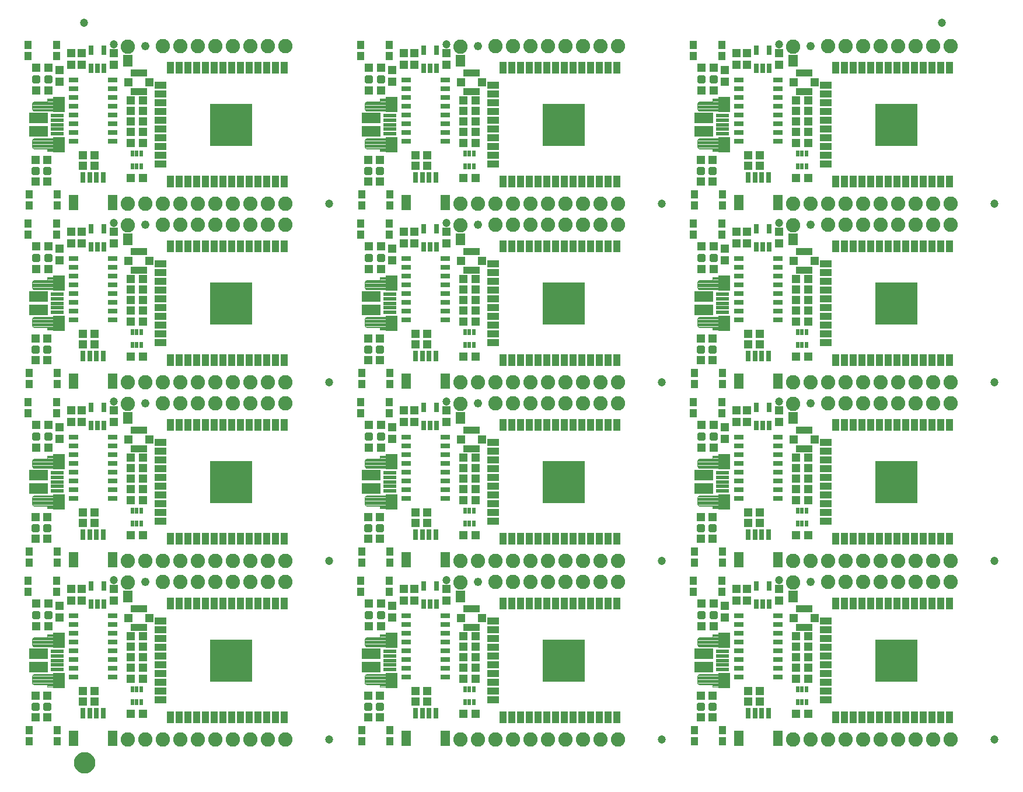
<source format=gts>
G75*
%MOIN*%
%OFA0B0*%
%FSLAX25Y25*%
%IPPOS*%
%LPD*%
%AMOC8*
5,1,8,0,0,1.08239X$1,22.5*
%
%ADD10C,0.04800*%
%ADD11R,0.05131X0.04737*%
%ADD12R,0.01981X0.03398*%
%ADD13R,0.04737X0.05131*%
%ADD14R,0.04343X0.06706*%
%ADD15R,0.06706X0.04343*%
%ADD16R,0.24422X0.24422*%
%ADD17R,0.07690X0.02375*%
%ADD18R,0.06548X0.08674*%
%ADD19R,0.10643X0.06410*%
%ADD20C,0.00400*%
%ADD21R,0.02965X0.05524*%
%ADD22R,0.05524X0.08674*%
%ADD23R,0.03162X0.06115*%
%ADD24R,0.04343X0.04737*%
%ADD25C,0.01990*%
%ADD26R,0.09461X0.04146*%
%ADD27R,0.04934X0.04737*%
%ADD28R,0.05524X0.03162*%
%ADD29C,0.08200*%
%ADD30C,0.04737*%
%ADD31R,0.05800X0.03300*%
%ADD32C,0.05000*%
%ADD33C,0.06706*%
D10*
X0106750Y0123500D03*
X0106750Y0225500D03*
X0106750Y0327500D03*
X0106750Y0429500D03*
X0296750Y0429500D03*
X0296750Y0327500D03*
X0296750Y0225500D03*
X0296750Y0123500D03*
X0486750Y0123500D03*
X0486750Y0225500D03*
X0486750Y0327500D03*
X0486750Y0429500D03*
D11*
X0485096Y0398500D03*
X0478404Y0398500D03*
X0478404Y0392500D03*
X0478404Y0386500D03*
X0478404Y0380500D03*
X0485096Y0380500D03*
X0485096Y0386500D03*
X0485096Y0392500D03*
X0485096Y0374000D03*
X0478404Y0374000D03*
X0457596Y0367000D03*
X0450904Y0367000D03*
X0450904Y0361000D03*
X0457596Y0361000D03*
X0478404Y0354000D03*
X0485096Y0354000D03*
X0430596Y0352000D03*
X0423904Y0352000D03*
X0423904Y0364500D03*
X0430596Y0364500D03*
X0431096Y0404000D03*
X0424404Y0404000D03*
X0424404Y0417000D03*
X0431096Y0417000D03*
X0295096Y0398500D03*
X0288404Y0398500D03*
X0288404Y0392500D03*
X0288404Y0386500D03*
X0288404Y0380500D03*
X0295096Y0380500D03*
X0295096Y0386500D03*
X0295096Y0392500D03*
X0295096Y0374000D03*
X0288404Y0374000D03*
X0267596Y0367000D03*
X0260904Y0367000D03*
X0260904Y0361000D03*
X0267596Y0361000D03*
X0288404Y0354000D03*
X0295096Y0354000D03*
X0240596Y0352000D03*
X0233904Y0352000D03*
X0233904Y0364500D03*
X0240596Y0364500D03*
X0241096Y0404000D03*
X0234404Y0404000D03*
X0234404Y0417000D03*
X0241096Y0417000D03*
X0105096Y0398500D03*
X0098404Y0398500D03*
X0098404Y0392500D03*
X0098404Y0386500D03*
X0098404Y0380500D03*
X0105096Y0380500D03*
X0105096Y0386500D03*
X0105096Y0392500D03*
X0105096Y0374000D03*
X0098404Y0374000D03*
X0077596Y0367000D03*
X0070904Y0367000D03*
X0070904Y0361000D03*
X0077596Y0361000D03*
X0098404Y0354000D03*
X0105096Y0354000D03*
X0050596Y0352000D03*
X0043904Y0352000D03*
X0043904Y0364500D03*
X0050596Y0364500D03*
X0051096Y0404000D03*
X0044404Y0404000D03*
X0044404Y0417000D03*
X0051096Y0417000D03*
X0051096Y0315000D03*
X0044404Y0315000D03*
X0044404Y0302000D03*
X0051096Y0302000D03*
X0098404Y0296500D03*
X0105096Y0296500D03*
X0105096Y0290500D03*
X0105096Y0284500D03*
X0105096Y0278500D03*
X0098404Y0278500D03*
X0098404Y0284500D03*
X0098404Y0290500D03*
X0098404Y0272000D03*
X0105096Y0272000D03*
X0105096Y0252000D03*
X0098404Y0252000D03*
X0077596Y0259000D03*
X0070904Y0259000D03*
X0070904Y0265000D03*
X0077596Y0265000D03*
X0050596Y0262500D03*
X0043904Y0262500D03*
X0043904Y0250000D03*
X0050596Y0250000D03*
X0051096Y0213000D03*
X0044404Y0213000D03*
X0044404Y0200000D03*
X0051096Y0200000D03*
X0098404Y0194500D03*
X0105096Y0194500D03*
X0105096Y0188500D03*
X0105096Y0182500D03*
X0105096Y0176500D03*
X0098404Y0176500D03*
X0098404Y0182500D03*
X0098404Y0188500D03*
X0098404Y0170000D03*
X0105096Y0170000D03*
X0105096Y0150000D03*
X0098404Y0150000D03*
X0077596Y0157000D03*
X0070904Y0157000D03*
X0070904Y0163000D03*
X0077596Y0163000D03*
X0050596Y0160500D03*
X0043904Y0160500D03*
X0043904Y0148000D03*
X0050596Y0148000D03*
X0051096Y0111000D03*
X0044404Y0111000D03*
X0044404Y0098000D03*
X0051096Y0098000D03*
X0098404Y0092500D03*
X0098404Y0086500D03*
X0098404Y0080500D03*
X0098404Y0074500D03*
X0105096Y0074500D03*
X0105096Y0080500D03*
X0105096Y0086500D03*
X0105096Y0092500D03*
X0105096Y0068000D03*
X0098404Y0068000D03*
X0077596Y0061000D03*
X0070904Y0061000D03*
X0070904Y0055000D03*
X0077596Y0055000D03*
X0098404Y0048000D03*
X0105096Y0048000D03*
X0050596Y0046000D03*
X0043904Y0046000D03*
X0043904Y0058500D03*
X0050596Y0058500D03*
X0233904Y0058500D03*
X0240596Y0058500D03*
X0240596Y0046000D03*
X0233904Y0046000D03*
X0260904Y0055000D03*
X0267596Y0055000D03*
X0267596Y0061000D03*
X0260904Y0061000D03*
X0288404Y0068000D03*
X0295096Y0068000D03*
X0295096Y0074500D03*
X0295096Y0080500D03*
X0295096Y0086500D03*
X0295096Y0092500D03*
X0288404Y0092500D03*
X0288404Y0086500D03*
X0288404Y0080500D03*
X0288404Y0074500D03*
X0288404Y0048000D03*
X0295096Y0048000D03*
X0241096Y0098000D03*
X0234404Y0098000D03*
X0234404Y0111000D03*
X0241096Y0111000D03*
X0240596Y0148000D03*
X0233904Y0148000D03*
X0233904Y0160500D03*
X0240596Y0160500D03*
X0260904Y0163000D03*
X0267596Y0163000D03*
X0267596Y0157000D03*
X0260904Y0157000D03*
X0288404Y0150000D03*
X0295096Y0150000D03*
X0295096Y0170000D03*
X0288404Y0170000D03*
X0288404Y0176500D03*
X0288404Y0182500D03*
X0288404Y0188500D03*
X0295096Y0188500D03*
X0295096Y0182500D03*
X0295096Y0176500D03*
X0295096Y0194500D03*
X0288404Y0194500D03*
X0241096Y0200000D03*
X0234404Y0200000D03*
X0234404Y0213000D03*
X0241096Y0213000D03*
X0240596Y0250000D03*
X0233904Y0250000D03*
X0233904Y0262500D03*
X0240596Y0262500D03*
X0260904Y0265000D03*
X0267596Y0265000D03*
X0267596Y0259000D03*
X0260904Y0259000D03*
X0288404Y0252000D03*
X0295096Y0252000D03*
X0295096Y0272000D03*
X0288404Y0272000D03*
X0288404Y0278500D03*
X0288404Y0284500D03*
X0288404Y0290500D03*
X0295096Y0290500D03*
X0295096Y0284500D03*
X0295096Y0278500D03*
X0295096Y0296500D03*
X0288404Y0296500D03*
X0241096Y0302000D03*
X0234404Y0302000D03*
X0234404Y0315000D03*
X0241096Y0315000D03*
X0424404Y0315000D03*
X0431096Y0315000D03*
X0431096Y0302000D03*
X0424404Y0302000D03*
X0450904Y0265000D03*
X0457596Y0265000D03*
X0457596Y0259000D03*
X0450904Y0259000D03*
X0430596Y0262500D03*
X0423904Y0262500D03*
X0423904Y0250000D03*
X0430596Y0250000D03*
X0431096Y0213000D03*
X0424404Y0213000D03*
X0424404Y0200000D03*
X0431096Y0200000D03*
X0478404Y0194500D03*
X0485096Y0194500D03*
X0485096Y0188500D03*
X0485096Y0182500D03*
X0485096Y0176500D03*
X0478404Y0176500D03*
X0478404Y0182500D03*
X0478404Y0188500D03*
X0478404Y0170000D03*
X0485096Y0170000D03*
X0485096Y0150000D03*
X0478404Y0150000D03*
X0457596Y0157000D03*
X0450904Y0157000D03*
X0450904Y0163000D03*
X0457596Y0163000D03*
X0430596Y0160500D03*
X0423904Y0160500D03*
X0423904Y0148000D03*
X0430596Y0148000D03*
X0431096Y0111000D03*
X0424404Y0111000D03*
X0424404Y0098000D03*
X0431096Y0098000D03*
X0478404Y0092500D03*
X0478404Y0086500D03*
X0478404Y0080500D03*
X0478404Y0074500D03*
X0485096Y0074500D03*
X0485096Y0080500D03*
X0485096Y0086500D03*
X0485096Y0092500D03*
X0485096Y0068000D03*
X0478404Y0068000D03*
X0457596Y0061000D03*
X0450904Y0061000D03*
X0450904Y0055000D03*
X0457596Y0055000D03*
X0478404Y0048000D03*
X0485096Y0048000D03*
X0430596Y0046000D03*
X0423904Y0046000D03*
X0423904Y0058500D03*
X0430596Y0058500D03*
X0478404Y0252000D03*
X0485096Y0252000D03*
X0485096Y0272000D03*
X0478404Y0272000D03*
X0478404Y0278500D03*
X0478404Y0284500D03*
X0478404Y0290500D03*
X0485096Y0290500D03*
X0485096Y0284500D03*
X0485096Y0278500D03*
X0485096Y0296500D03*
X0478404Y0296500D03*
D12*
X0479191Y0266122D03*
X0481750Y0266122D03*
X0484309Y0266122D03*
X0484309Y0258878D03*
X0481750Y0258878D03*
X0479191Y0258878D03*
X0479191Y0164122D03*
X0481750Y0164122D03*
X0484309Y0164122D03*
X0484309Y0156878D03*
X0481750Y0156878D03*
X0479191Y0156878D03*
X0479191Y0062122D03*
X0481750Y0062122D03*
X0484309Y0062122D03*
X0484309Y0054878D03*
X0481750Y0054878D03*
X0479191Y0054878D03*
X0294309Y0054878D03*
X0291750Y0054878D03*
X0289191Y0054878D03*
X0289191Y0062122D03*
X0291750Y0062122D03*
X0294309Y0062122D03*
X0294309Y0156878D03*
X0291750Y0156878D03*
X0289191Y0156878D03*
X0289191Y0164122D03*
X0291750Y0164122D03*
X0294309Y0164122D03*
X0294309Y0258878D03*
X0291750Y0258878D03*
X0289191Y0258878D03*
X0289191Y0266122D03*
X0291750Y0266122D03*
X0294309Y0266122D03*
X0294309Y0360878D03*
X0291750Y0360878D03*
X0289191Y0360878D03*
X0289191Y0368122D03*
X0291750Y0368122D03*
X0294309Y0368122D03*
X0479191Y0368122D03*
X0481750Y0368122D03*
X0484309Y0368122D03*
X0484309Y0360878D03*
X0481750Y0360878D03*
X0479191Y0360878D03*
X0104309Y0360878D03*
X0101750Y0360878D03*
X0099191Y0360878D03*
X0099191Y0368122D03*
X0101750Y0368122D03*
X0104309Y0368122D03*
X0104309Y0266122D03*
X0101750Y0266122D03*
X0099191Y0266122D03*
X0099191Y0258878D03*
X0101750Y0258878D03*
X0104309Y0258878D03*
X0104309Y0164122D03*
X0101750Y0164122D03*
X0099191Y0164122D03*
X0099191Y0156878D03*
X0101750Y0156878D03*
X0104309Y0156878D03*
X0104309Y0062122D03*
X0101750Y0062122D03*
X0099191Y0062122D03*
X0099191Y0054878D03*
X0101750Y0054878D03*
X0104309Y0054878D03*
D13*
X0057750Y0103154D03*
X0057750Y0109846D03*
X0064250Y0112754D03*
X0070250Y0112654D03*
X0070250Y0119346D03*
X0064250Y0119446D03*
X0088750Y0119346D03*
X0088750Y0112654D03*
X0057750Y0205154D03*
X0057750Y0211846D03*
X0064250Y0214754D03*
X0070250Y0214654D03*
X0070250Y0221346D03*
X0064250Y0221446D03*
X0088750Y0221346D03*
X0088750Y0214654D03*
X0057750Y0307154D03*
X0057750Y0313846D03*
X0064250Y0316754D03*
X0070250Y0316654D03*
X0070250Y0323346D03*
X0064250Y0323446D03*
X0088750Y0323346D03*
X0088750Y0316654D03*
X0057750Y0409154D03*
X0057750Y0415846D03*
X0064250Y0418754D03*
X0070250Y0418654D03*
X0070250Y0425346D03*
X0064250Y0425446D03*
X0088750Y0425346D03*
X0088750Y0418654D03*
X0247750Y0415846D03*
X0247750Y0409154D03*
X0254250Y0418754D03*
X0260250Y0418654D03*
X0260250Y0425346D03*
X0254250Y0425446D03*
X0278750Y0425346D03*
X0278750Y0418654D03*
X0278750Y0323346D03*
X0278750Y0316654D03*
X0260250Y0316654D03*
X0254250Y0316754D03*
X0254250Y0323446D03*
X0260250Y0323346D03*
X0247750Y0313846D03*
X0247750Y0307154D03*
X0254250Y0221446D03*
X0260250Y0221346D03*
X0260250Y0214654D03*
X0254250Y0214754D03*
X0247750Y0211846D03*
X0247750Y0205154D03*
X0278750Y0214654D03*
X0278750Y0221346D03*
X0278750Y0119346D03*
X0278750Y0112654D03*
X0260250Y0112654D03*
X0254250Y0112754D03*
X0254250Y0119446D03*
X0260250Y0119346D03*
X0247750Y0109846D03*
X0247750Y0103154D03*
X0437750Y0103154D03*
X0437750Y0109846D03*
X0444250Y0112754D03*
X0450250Y0112654D03*
X0450250Y0119346D03*
X0444250Y0119446D03*
X0468750Y0119346D03*
X0468750Y0112654D03*
X0437750Y0205154D03*
X0437750Y0211846D03*
X0444250Y0214754D03*
X0450250Y0214654D03*
X0450250Y0221346D03*
X0444250Y0221446D03*
X0468750Y0221346D03*
X0468750Y0214654D03*
X0437750Y0307154D03*
X0437750Y0313846D03*
X0444250Y0316754D03*
X0450250Y0316654D03*
X0450250Y0323346D03*
X0444250Y0323446D03*
X0468750Y0323346D03*
X0468750Y0316654D03*
X0437750Y0409154D03*
X0437750Y0415846D03*
X0444250Y0418754D03*
X0450250Y0418654D03*
X0450250Y0425346D03*
X0444250Y0425446D03*
X0468750Y0425346D03*
X0468750Y0418654D03*
D14*
X0501065Y0416933D03*
X0506065Y0416933D03*
X0511065Y0416933D03*
X0516065Y0416933D03*
X0521065Y0416933D03*
X0526065Y0416933D03*
X0531065Y0416933D03*
X0536065Y0416933D03*
X0541065Y0416933D03*
X0546065Y0416933D03*
X0551065Y0416933D03*
X0556065Y0416933D03*
X0561065Y0416933D03*
X0566065Y0416933D03*
X0566065Y0352067D03*
X0561065Y0352067D03*
X0556065Y0352067D03*
X0551065Y0352067D03*
X0546065Y0352067D03*
X0541065Y0352067D03*
X0536065Y0352067D03*
X0531065Y0352067D03*
X0526065Y0352067D03*
X0521065Y0352067D03*
X0516065Y0352067D03*
X0511065Y0352067D03*
X0506065Y0352067D03*
X0501065Y0352067D03*
X0501065Y0314933D03*
X0506065Y0314933D03*
X0511065Y0314933D03*
X0516065Y0314933D03*
X0521065Y0314933D03*
X0526065Y0314933D03*
X0531065Y0314933D03*
X0536065Y0314933D03*
X0541065Y0314933D03*
X0546065Y0314933D03*
X0551065Y0314933D03*
X0556065Y0314933D03*
X0561065Y0314933D03*
X0566065Y0314933D03*
X0566065Y0250067D03*
X0561065Y0250067D03*
X0556065Y0250067D03*
X0551065Y0250067D03*
X0546065Y0250067D03*
X0541065Y0250067D03*
X0536065Y0250067D03*
X0531065Y0250067D03*
X0526065Y0250067D03*
X0521065Y0250067D03*
X0516065Y0250067D03*
X0511065Y0250067D03*
X0506065Y0250067D03*
X0501065Y0250067D03*
X0501065Y0212933D03*
X0506065Y0212933D03*
X0511065Y0212933D03*
X0516065Y0212933D03*
X0521065Y0212933D03*
X0526065Y0212933D03*
X0531065Y0212933D03*
X0536065Y0212933D03*
X0541065Y0212933D03*
X0546065Y0212933D03*
X0551065Y0212933D03*
X0556065Y0212933D03*
X0561065Y0212933D03*
X0566065Y0212933D03*
X0566065Y0148067D03*
X0561065Y0148067D03*
X0556065Y0148067D03*
X0551065Y0148067D03*
X0546065Y0148067D03*
X0541065Y0148067D03*
X0536065Y0148067D03*
X0531065Y0148067D03*
X0526065Y0148067D03*
X0521065Y0148067D03*
X0516065Y0148067D03*
X0511065Y0148067D03*
X0506065Y0148067D03*
X0501065Y0148067D03*
X0501065Y0110933D03*
X0506065Y0110933D03*
X0511065Y0110933D03*
X0516065Y0110933D03*
X0521065Y0110933D03*
X0526065Y0110933D03*
X0531065Y0110933D03*
X0536065Y0110933D03*
X0541065Y0110933D03*
X0546065Y0110933D03*
X0551065Y0110933D03*
X0556065Y0110933D03*
X0561065Y0110933D03*
X0566065Y0110933D03*
X0566065Y0046067D03*
X0561065Y0046067D03*
X0556065Y0046067D03*
X0551065Y0046067D03*
X0546065Y0046067D03*
X0541065Y0046067D03*
X0536065Y0046067D03*
X0531065Y0046067D03*
X0526065Y0046067D03*
X0521065Y0046067D03*
X0516065Y0046067D03*
X0511065Y0046067D03*
X0506065Y0046067D03*
X0501065Y0046067D03*
X0376065Y0046067D03*
X0371065Y0046067D03*
X0366065Y0046067D03*
X0361065Y0046067D03*
X0356065Y0046067D03*
X0351065Y0046067D03*
X0346065Y0046067D03*
X0341065Y0046067D03*
X0336065Y0046067D03*
X0331065Y0046067D03*
X0326065Y0046067D03*
X0321065Y0046067D03*
X0316065Y0046067D03*
X0311065Y0046067D03*
X0311065Y0110933D03*
X0316065Y0110933D03*
X0321065Y0110933D03*
X0326065Y0110933D03*
X0331065Y0110933D03*
X0336065Y0110933D03*
X0341065Y0110933D03*
X0346065Y0110933D03*
X0351065Y0110933D03*
X0356065Y0110933D03*
X0361065Y0110933D03*
X0366065Y0110933D03*
X0371065Y0110933D03*
X0376065Y0110933D03*
X0376065Y0148067D03*
X0371065Y0148067D03*
X0366065Y0148067D03*
X0361065Y0148067D03*
X0356065Y0148067D03*
X0351065Y0148067D03*
X0346065Y0148067D03*
X0341065Y0148067D03*
X0336065Y0148067D03*
X0331065Y0148067D03*
X0326065Y0148067D03*
X0321065Y0148067D03*
X0316065Y0148067D03*
X0311065Y0148067D03*
X0311065Y0212933D03*
X0316065Y0212933D03*
X0321065Y0212933D03*
X0326065Y0212933D03*
X0331065Y0212933D03*
X0336065Y0212933D03*
X0341065Y0212933D03*
X0346065Y0212933D03*
X0351065Y0212933D03*
X0356065Y0212933D03*
X0361065Y0212933D03*
X0366065Y0212933D03*
X0371065Y0212933D03*
X0376065Y0212933D03*
X0376065Y0250067D03*
X0371065Y0250067D03*
X0366065Y0250067D03*
X0361065Y0250067D03*
X0356065Y0250067D03*
X0351065Y0250067D03*
X0346065Y0250067D03*
X0341065Y0250067D03*
X0336065Y0250067D03*
X0331065Y0250067D03*
X0326065Y0250067D03*
X0321065Y0250067D03*
X0316065Y0250067D03*
X0311065Y0250067D03*
X0311065Y0314933D03*
X0316065Y0314933D03*
X0321065Y0314933D03*
X0326065Y0314933D03*
X0331065Y0314933D03*
X0336065Y0314933D03*
X0341065Y0314933D03*
X0346065Y0314933D03*
X0351065Y0314933D03*
X0356065Y0314933D03*
X0361065Y0314933D03*
X0366065Y0314933D03*
X0371065Y0314933D03*
X0376065Y0314933D03*
X0376065Y0352067D03*
X0371065Y0352067D03*
X0366065Y0352067D03*
X0361065Y0352067D03*
X0356065Y0352067D03*
X0351065Y0352067D03*
X0346065Y0352067D03*
X0341065Y0352067D03*
X0336065Y0352067D03*
X0331065Y0352067D03*
X0326065Y0352067D03*
X0321065Y0352067D03*
X0316065Y0352067D03*
X0311065Y0352067D03*
X0311065Y0416933D03*
X0316065Y0416933D03*
X0321065Y0416933D03*
X0326065Y0416933D03*
X0331065Y0416933D03*
X0336065Y0416933D03*
X0341065Y0416933D03*
X0346065Y0416933D03*
X0351065Y0416933D03*
X0356065Y0416933D03*
X0361065Y0416933D03*
X0366065Y0416933D03*
X0371065Y0416933D03*
X0376065Y0416933D03*
X0186065Y0416933D03*
X0181065Y0416933D03*
X0176065Y0416933D03*
X0171065Y0416933D03*
X0166065Y0416933D03*
X0161065Y0416933D03*
X0156065Y0416933D03*
X0151065Y0416933D03*
X0146065Y0416933D03*
X0141065Y0416933D03*
X0136065Y0416933D03*
X0131065Y0416933D03*
X0126065Y0416933D03*
X0121065Y0416933D03*
X0121065Y0352067D03*
X0126065Y0352067D03*
X0131065Y0352067D03*
X0136065Y0352067D03*
X0141065Y0352067D03*
X0146065Y0352067D03*
X0151065Y0352067D03*
X0156065Y0352067D03*
X0161065Y0352067D03*
X0166065Y0352067D03*
X0171065Y0352067D03*
X0176065Y0352067D03*
X0181065Y0352067D03*
X0186065Y0352067D03*
X0186065Y0314933D03*
X0181065Y0314933D03*
X0176065Y0314933D03*
X0171065Y0314933D03*
X0166065Y0314933D03*
X0161065Y0314933D03*
X0156065Y0314933D03*
X0151065Y0314933D03*
X0146065Y0314933D03*
X0141065Y0314933D03*
X0136065Y0314933D03*
X0131065Y0314933D03*
X0126065Y0314933D03*
X0121065Y0314933D03*
X0121065Y0250067D03*
X0126065Y0250067D03*
X0131065Y0250067D03*
X0136065Y0250067D03*
X0141065Y0250067D03*
X0146065Y0250067D03*
X0151065Y0250067D03*
X0156065Y0250067D03*
X0161065Y0250067D03*
X0166065Y0250067D03*
X0171065Y0250067D03*
X0176065Y0250067D03*
X0181065Y0250067D03*
X0186065Y0250067D03*
X0186065Y0212933D03*
X0181065Y0212933D03*
X0176065Y0212933D03*
X0171065Y0212933D03*
X0166065Y0212933D03*
X0161065Y0212933D03*
X0156065Y0212933D03*
X0151065Y0212933D03*
X0146065Y0212933D03*
X0141065Y0212933D03*
X0136065Y0212933D03*
X0131065Y0212933D03*
X0126065Y0212933D03*
X0121065Y0212933D03*
X0121065Y0148067D03*
X0126065Y0148067D03*
X0131065Y0148067D03*
X0136065Y0148067D03*
X0141065Y0148067D03*
X0146065Y0148067D03*
X0151065Y0148067D03*
X0156065Y0148067D03*
X0161065Y0148067D03*
X0166065Y0148067D03*
X0171065Y0148067D03*
X0176065Y0148067D03*
X0181065Y0148067D03*
X0186065Y0148067D03*
X0186065Y0110933D03*
X0181065Y0110933D03*
X0176065Y0110933D03*
X0171065Y0110933D03*
X0166065Y0110933D03*
X0161065Y0110933D03*
X0156065Y0110933D03*
X0151065Y0110933D03*
X0146065Y0110933D03*
X0141065Y0110933D03*
X0136065Y0110933D03*
X0131065Y0110933D03*
X0126065Y0110933D03*
X0121065Y0110933D03*
X0121065Y0046067D03*
X0126065Y0046067D03*
X0131065Y0046067D03*
X0136065Y0046067D03*
X0141065Y0046067D03*
X0146065Y0046067D03*
X0151065Y0046067D03*
X0156065Y0046067D03*
X0161065Y0046067D03*
X0166065Y0046067D03*
X0171065Y0046067D03*
X0176065Y0046067D03*
X0181065Y0046067D03*
X0186065Y0046067D03*
D15*
X0115199Y0056000D03*
X0115199Y0061000D03*
X0115199Y0066000D03*
X0115199Y0071000D03*
X0115199Y0076000D03*
X0115199Y0081000D03*
X0115199Y0086000D03*
X0115199Y0091000D03*
X0115199Y0096000D03*
X0115199Y0101000D03*
X0115199Y0158000D03*
X0115199Y0163000D03*
X0115199Y0168000D03*
X0115199Y0173000D03*
X0115199Y0178000D03*
X0115199Y0183000D03*
X0115199Y0188000D03*
X0115199Y0193000D03*
X0115199Y0198000D03*
X0115199Y0203000D03*
X0115199Y0260000D03*
X0115199Y0265000D03*
X0115199Y0270000D03*
X0115199Y0275000D03*
X0115199Y0280000D03*
X0115199Y0285000D03*
X0115199Y0290000D03*
X0115199Y0295000D03*
X0115199Y0300000D03*
X0115199Y0305000D03*
X0115199Y0362000D03*
X0115199Y0367000D03*
X0115199Y0372000D03*
X0115199Y0377000D03*
X0115199Y0382000D03*
X0115199Y0387000D03*
X0115199Y0392000D03*
X0115199Y0397000D03*
X0115199Y0402000D03*
X0115199Y0407000D03*
X0305199Y0407000D03*
X0305199Y0402000D03*
X0305199Y0397000D03*
X0305199Y0392000D03*
X0305199Y0387000D03*
X0305199Y0382000D03*
X0305199Y0377000D03*
X0305199Y0372000D03*
X0305199Y0367000D03*
X0305199Y0362000D03*
X0305199Y0305000D03*
X0305199Y0300000D03*
X0305199Y0295000D03*
X0305199Y0290000D03*
X0305199Y0285000D03*
X0305199Y0280000D03*
X0305199Y0275000D03*
X0305199Y0270000D03*
X0305199Y0265000D03*
X0305199Y0260000D03*
X0305199Y0203000D03*
X0305199Y0198000D03*
X0305199Y0193000D03*
X0305199Y0188000D03*
X0305199Y0183000D03*
X0305199Y0178000D03*
X0305199Y0173000D03*
X0305199Y0168000D03*
X0305199Y0163000D03*
X0305199Y0158000D03*
X0305199Y0101000D03*
X0305199Y0096000D03*
X0305199Y0091000D03*
X0305199Y0086000D03*
X0305199Y0081000D03*
X0305199Y0076000D03*
X0305199Y0071000D03*
X0305199Y0066000D03*
X0305199Y0061000D03*
X0305199Y0056000D03*
X0495199Y0056000D03*
X0495199Y0061000D03*
X0495199Y0066000D03*
X0495199Y0071000D03*
X0495199Y0076000D03*
X0495199Y0081000D03*
X0495199Y0086000D03*
X0495199Y0091000D03*
X0495199Y0096000D03*
X0495199Y0101000D03*
X0495199Y0158000D03*
X0495199Y0163000D03*
X0495199Y0168000D03*
X0495199Y0173000D03*
X0495199Y0178000D03*
X0495199Y0183000D03*
X0495199Y0188000D03*
X0495199Y0193000D03*
X0495199Y0198000D03*
X0495199Y0203000D03*
X0495199Y0260000D03*
X0495199Y0265000D03*
X0495199Y0270000D03*
X0495199Y0275000D03*
X0495199Y0280000D03*
X0495199Y0285000D03*
X0495199Y0290000D03*
X0495199Y0295000D03*
X0495199Y0300000D03*
X0495199Y0305000D03*
X0495199Y0362000D03*
X0495199Y0367000D03*
X0495199Y0372000D03*
X0495199Y0377000D03*
X0495199Y0382000D03*
X0495199Y0387000D03*
X0495199Y0392000D03*
X0495199Y0397000D03*
X0495199Y0402000D03*
X0495199Y0407000D03*
D16*
X0535750Y0384500D03*
X0535750Y0282500D03*
X0535750Y0180500D03*
X0535750Y0078500D03*
X0345750Y0078500D03*
X0345750Y0180500D03*
X0345750Y0282500D03*
X0345750Y0384500D03*
X0155750Y0384500D03*
X0155750Y0282500D03*
X0155750Y0180500D03*
X0155750Y0078500D03*
D17*
X0246250Y0078500D03*
X0246250Y0075941D03*
X0246250Y0073382D03*
X0246250Y0081059D03*
X0246250Y0083618D03*
X0246250Y0175382D03*
X0246250Y0177941D03*
X0246250Y0180500D03*
X0246250Y0183059D03*
X0246250Y0185618D03*
X0246250Y0277382D03*
X0246250Y0279941D03*
X0246250Y0282500D03*
X0246250Y0285059D03*
X0246250Y0287618D03*
X0246250Y0379382D03*
X0246250Y0381941D03*
X0246250Y0384500D03*
X0246250Y0387059D03*
X0246250Y0389618D03*
X0056250Y0389618D03*
X0056250Y0387059D03*
X0056250Y0384500D03*
X0056250Y0381941D03*
X0056250Y0379382D03*
X0056250Y0287618D03*
X0056250Y0285059D03*
X0056250Y0282500D03*
X0056250Y0279941D03*
X0056250Y0277382D03*
X0056250Y0185618D03*
X0056250Y0183059D03*
X0056250Y0180500D03*
X0056250Y0177941D03*
X0056250Y0175382D03*
X0056250Y0083618D03*
X0056250Y0081059D03*
X0056250Y0078500D03*
X0056250Y0075941D03*
X0056250Y0073382D03*
X0436250Y0073382D03*
X0436250Y0075941D03*
X0436250Y0078500D03*
X0436250Y0081059D03*
X0436250Y0083618D03*
X0436250Y0175382D03*
X0436250Y0177941D03*
X0436250Y0180500D03*
X0436250Y0183059D03*
X0436250Y0185618D03*
X0436250Y0277382D03*
X0436250Y0279941D03*
X0436250Y0282500D03*
X0436250Y0285059D03*
X0436250Y0287618D03*
X0436250Y0379382D03*
X0436250Y0381941D03*
X0436250Y0384500D03*
X0436250Y0387059D03*
X0436250Y0389618D03*
D18*
X0437333Y0395917D03*
X0437333Y0373083D03*
X0437333Y0293917D03*
X0437333Y0271083D03*
X0437333Y0191917D03*
X0437333Y0169083D03*
X0437333Y0089917D03*
X0437333Y0067083D03*
X0247333Y0067083D03*
X0247333Y0089917D03*
X0247333Y0169083D03*
X0247333Y0191917D03*
X0247333Y0271083D03*
X0247333Y0293917D03*
X0247333Y0373083D03*
X0247333Y0395917D03*
X0057333Y0395917D03*
X0057333Y0373083D03*
X0057333Y0293917D03*
X0057333Y0271083D03*
X0057333Y0191917D03*
X0057333Y0169083D03*
X0057333Y0089917D03*
X0057333Y0067083D03*
D19*
X0045719Y0074711D03*
X0045719Y0082289D03*
X0045719Y0176711D03*
X0045719Y0184289D03*
X0045719Y0278711D03*
X0045719Y0286289D03*
X0045719Y0380711D03*
X0045719Y0388289D03*
X0235719Y0388289D03*
X0235719Y0380711D03*
X0235719Y0286289D03*
X0235719Y0278711D03*
X0235719Y0184289D03*
X0235719Y0176711D03*
X0235719Y0082289D03*
X0235719Y0074711D03*
X0425719Y0074711D03*
X0425719Y0082289D03*
X0425719Y0176711D03*
X0425719Y0184289D03*
X0425719Y0278711D03*
X0425719Y0286289D03*
X0425719Y0380711D03*
X0425719Y0388289D03*
D20*
X0423553Y0392374D02*
X0423242Y0392365D01*
X0422936Y0392425D01*
X0422651Y0392552D01*
X0422402Y0392739D01*
X0422200Y0392977D01*
X0422057Y0393253D01*
X0421978Y0393555D01*
X0421978Y0396311D01*
X0422018Y0396661D01*
X0422134Y0396994D01*
X0422322Y0397293D01*
X0422571Y0397542D01*
X0422870Y0397730D01*
X0423203Y0397846D01*
X0423553Y0397886D01*
X0430640Y0397886D01*
X0430640Y0399461D01*
X0433789Y0399461D01*
X0433789Y0392374D01*
X0423553Y0392374D01*
X0422401Y0392739D02*
X0433789Y0392739D01*
X0433789Y0393138D02*
X0422117Y0393138D01*
X0421983Y0393536D02*
X0433789Y0393536D01*
X0433789Y0393935D02*
X0421978Y0393935D01*
X0421978Y0394333D02*
X0433789Y0394333D01*
X0433789Y0394732D02*
X0421978Y0394732D01*
X0421978Y0395130D02*
X0433789Y0395130D01*
X0433789Y0395529D02*
X0421978Y0395529D01*
X0421978Y0395927D02*
X0433789Y0395927D01*
X0433789Y0396326D02*
X0421980Y0396326D01*
X0422040Y0396724D02*
X0433789Y0396724D01*
X0433789Y0397123D02*
X0422215Y0397123D01*
X0422551Y0397521D02*
X0433789Y0397521D01*
X0433789Y0397920D02*
X0430640Y0397920D01*
X0430640Y0398319D02*
X0433789Y0398319D01*
X0433789Y0398717D02*
X0430640Y0398717D01*
X0430640Y0399116D02*
X0433789Y0399116D01*
X0433789Y0376626D02*
X0423159Y0376626D01*
X0422897Y0376596D01*
X0422647Y0376509D01*
X0422423Y0376368D01*
X0422236Y0376181D01*
X0422095Y0375957D01*
X0422008Y0375708D01*
X0421978Y0375445D01*
X0421978Y0372295D01*
X0421969Y0371984D01*
X0422029Y0371678D01*
X0422156Y0371393D01*
X0422343Y0371144D01*
X0422581Y0370942D01*
X0422858Y0370799D01*
X0423159Y0370720D01*
X0430640Y0370720D01*
X0430640Y0369539D01*
X0433789Y0369539D01*
X0433789Y0376626D01*
X0433789Y0376400D02*
X0422474Y0376400D01*
X0422123Y0376002D02*
X0433789Y0376002D01*
X0433789Y0375603D02*
X0421996Y0375603D01*
X0421978Y0375205D02*
X0433789Y0375205D01*
X0433789Y0374806D02*
X0421978Y0374806D01*
X0421978Y0374408D02*
X0433789Y0374408D01*
X0433789Y0374009D02*
X0421978Y0374009D01*
X0421978Y0373611D02*
X0433789Y0373611D01*
X0433789Y0373212D02*
X0421978Y0373212D01*
X0421978Y0372814D02*
X0433789Y0372814D01*
X0433789Y0372415D02*
X0421978Y0372415D01*
X0421970Y0372017D02*
X0433789Y0372017D01*
X0433789Y0371618D02*
X0422056Y0371618D01*
X0422286Y0371220D02*
X0433789Y0371220D01*
X0433789Y0370821D02*
X0422815Y0370821D01*
X0430640Y0370423D02*
X0433789Y0370423D01*
X0433789Y0370024D02*
X0430640Y0370024D01*
X0430640Y0369626D02*
X0433789Y0369626D01*
X0433789Y0297461D02*
X0430640Y0297461D01*
X0430640Y0295886D01*
X0423553Y0295886D01*
X0423203Y0295846D01*
X0422870Y0295730D01*
X0422571Y0295542D01*
X0422322Y0295293D01*
X0422134Y0294994D01*
X0422018Y0294661D01*
X0421978Y0294311D01*
X0421978Y0291555D01*
X0422057Y0291253D01*
X0422200Y0290977D01*
X0422402Y0290739D01*
X0422651Y0290552D01*
X0422936Y0290425D01*
X0423242Y0290365D01*
X0423553Y0290374D01*
X0433789Y0290374D01*
X0433789Y0297461D01*
X0433789Y0297097D02*
X0430640Y0297097D01*
X0430640Y0296698D02*
X0433789Y0296698D01*
X0433789Y0296300D02*
X0430640Y0296300D01*
X0430640Y0295901D02*
X0433789Y0295901D01*
X0433789Y0295503D02*
X0422532Y0295503D01*
X0422203Y0295104D02*
X0433789Y0295104D01*
X0433789Y0294706D02*
X0422033Y0294706D01*
X0421978Y0294307D02*
X0433789Y0294307D01*
X0433789Y0293909D02*
X0421978Y0293909D01*
X0421978Y0293510D02*
X0433789Y0293510D01*
X0433789Y0293112D02*
X0421978Y0293112D01*
X0421978Y0292713D02*
X0433789Y0292713D01*
X0433789Y0292314D02*
X0421978Y0292314D01*
X0421978Y0291916D02*
X0433789Y0291916D01*
X0433789Y0291517D02*
X0421988Y0291517D01*
X0422126Y0291119D02*
X0433789Y0291119D01*
X0433789Y0290720D02*
X0422426Y0290720D01*
X0423159Y0274626D02*
X0433789Y0274626D01*
X0433789Y0267539D01*
X0430640Y0267539D01*
X0430640Y0268720D01*
X0423159Y0268720D01*
X0422858Y0268799D01*
X0422581Y0268942D01*
X0422343Y0269144D01*
X0422156Y0269393D01*
X0422029Y0269678D01*
X0421969Y0269984D01*
X0421978Y0270295D01*
X0421978Y0273445D01*
X0422008Y0273708D01*
X0422095Y0273957D01*
X0422236Y0274181D01*
X0422423Y0274368D01*
X0422647Y0274509D01*
X0422897Y0274596D01*
X0423159Y0274626D01*
X0422444Y0274381D02*
X0433789Y0274381D01*
X0433789Y0273983D02*
X0422111Y0273983D01*
X0421994Y0273584D02*
X0433789Y0273584D01*
X0433789Y0273186D02*
X0421978Y0273186D01*
X0421978Y0272787D02*
X0433789Y0272787D01*
X0433789Y0272389D02*
X0421978Y0272389D01*
X0421978Y0271990D02*
X0433789Y0271990D01*
X0433789Y0271592D02*
X0421978Y0271592D01*
X0421978Y0271193D02*
X0433789Y0271193D01*
X0433789Y0270795D02*
X0421978Y0270795D01*
X0421978Y0270396D02*
X0433789Y0270396D01*
X0433789Y0269998D02*
X0421970Y0269998D01*
X0422064Y0269599D02*
X0433789Y0269599D01*
X0433789Y0269201D02*
X0422301Y0269201D01*
X0422851Y0268802D02*
X0433789Y0268802D01*
X0433789Y0268404D02*
X0430640Y0268404D01*
X0430640Y0268005D02*
X0433789Y0268005D01*
X0433789Y0267607D02*
X0430640Y0267607D01*
X0430640Y0195461D02*
X0433789Y0195461D01*
X0433789Y0188374D01*
X0423553Y0188374D01*
X0423242Y0188365D01*
X0422936Y0188425D01*
X0422651Y0188552D01*
X0422402Y0188739D01*
X0422200Y0188977D01*
X0422057Y0189253D01*
X0421978Y0189555D01*
X0421978Y0192311D01*
X0422018Y0192661D01*
X0422134Y0192994D01*
X0422322Y0193293D01*
X0422571Y0193542D01*
X0422870Y0193730D01*
X0423203Y0193846D01*
X0423553Y0193886D01*
X0430640Y0193886D01*
X0430640Y0195461D01*
X0430640Y0195078D02*
X0433789Y0195078D01*
X0433789Y0194679D02*
X0430640Y0194679D01*
X0430640Y0194281D02*
X0433789Y0194281D01*
X0433789Y0193882D02*
X0423521Y0193882D01*
X0422513Y0193484D02*
X0433789Y0193484D01*
X0433789Y0193085D02*
X0422191Y0193085D01*
X0422027Y0192687D02*
X0433789Y0192687D01*
X0433789Y0192288D02*
X0421978Y0192288D01*
X0421978Y0191890D02*
X0433789Y0191890D01*
X0433789Y0191491D02*
X0421978Y0191491D01*
X0421978Y0191093D02*
X0433789Y0191093D01*
X0433789Y0190694D02*
X0421978Y0190694D01*
X0421978Y0190296D02*
X0433789Y0190296D01*
X0433789Y0189897D02*
X0421978Y0189897D01*
X0421993Y0189499D02*
X0433789Y0189499D01*
X0433789Y0189100D02*
X0422136Y0189100D01*
X0422452Y0188702D02*
X0433789Y0188702D01*
X0433789Y0172626D02*
X0423159Y0172626D01*
X0422897Y0172596D01*
X0422647Y0172509D01*
X0422423Y0172368D01*
X0422236Y0172181D01*
X0422095Y0171957D01*
X0422008Y0171708D01*
X0421978Y0171445D01*
X0421978Y0168295D01*
X0421969Y0167984D01*
X0422029Y0167678D01*
X0422156Y0167393D01*
X0422343Y0167144D01*
X0422581Y0166942D01*
X0422858Y0166799D01*
X0423159Y0166720D01*
X0430640Y0166720D01*
X0430640Y0165539D01*
X0433789Y0165539D01*
X0433789Y0172626D01*
X0433789Y0172363D02*
X0422417Y0172363D01*
X0422100Y0171964D02*
X0433789Y0171964D01*
X0433789Y0171566D02*
X0421992Y0171566D01*
X0421978Y0171167D02*
X0433789Y0171167D01*
X0433789Y0170769D02*
X0421978Y0170769D01*
X0421978Y0170370D02*
X0433789Y0170370D01*
X0433789Y0169972D02*
X0421978Y0169972D01*
X0421978Y0169573D02*
X0433789Y0169573D01*
X0433789Y0169174D02*
X0421978Y0169174D01*
X0421978Y0168776D02*
X0433789Y0168776D01*
X0433789Y0168377D02*
X0421978Y0168377D01*
X0421970Y0167979D02*
X0433789Y0167979D01*
X0433789Y0167580D02*
X0422073Y0167580D01*
X0422315Y0167182D02*
X0433789Y0167182D01*
X0433789Y0166783D02*
X0422917Y0166783D01*
X0430640Y0166385D02*
X0433789Y0166385D01*
X0433789Y0165986D02*
X0430640Y0165986D01*
X0430640Y0165588D02*
X0433789Y0165588D01*
X0433789Y0093461D02*
X0430640Y0093461D01*
X0430640Y0091886D01*
X0423553Y0091886D01*
X0423203Y0091846D01*
X0422870Y0091730D01*
X0422571Y0091542D01*
X0422322Y0091293D01*
X0422134Y0090994D01*
X0422018Y0090661D01*
X0421978Y0090311D01*
X0421978Y0087555D01*
X0422057Y0087253D01*
X0422200Y0086977D01*
X0422402Y0086739D01*
X0422651Y0086552D01*
X0422936Y0086425D01*
X0423242Y0086365D01*
X0423553Y0086374D01*
X0433789Y0086374D01*
X0433789Y0093461D01*
X0433789Y0093457D02*
X0430640Y0093457D01*
X0430640Y0093059D02*
X0433789Y0093059D01*
X0433789Y0092660D02*
X0430640Y0092660D01*
X0430640Y0092262D02*
X0433789Y0092262D01*
X0433789Y0091863D02*
X0423353Y0091863D01*
X0422494Y0091465D02*
X0433789Y0091465D01*
X0433789Y0091066D02*
X0422180Y0091066D01*
X0422020Y0090668D02*
X0433789Y0090668D01*
X0433789Y0090269D02*
X0421978Y0090269D01*
X0421978Y0089871D02*
X0433789Y0089871D01*
X0433789Y0089472D02*
X0421978Y0089472D01*
X0421978Y0089074D02*
X0433789Y0089074D01*
X0433789Y0088675D02*
X0421978Y0088675D01*
X0421978Y0088277D02*
X0433789Y0088277D01*
X0433789Y0087878D02*
X0421978Y0087878D01*
X0421998Y0087480D02*
X0433789Y0087480D01*
X0433789Y0087081D02*
X0422146Y0087081D01*
X0422477Y0086683D02*
X0433789Y0086683D01*
X0433789Y0070626D02*
X0423159Y0070626D01*
X0422897Y0070596D01*
X0422647Y0070509D01*
X0422423Y0070368D01*
X0422236Y0070181D01*
X0422095Y0069957D01*
X0422008Y0069708D01*
X0421978Y0069445D01*
X0421978Y0066295D01*
X0421969Y0065984D01*
X0422029Y0065678D01*
X0422156Y0065393D01*
X0422343Y0065144D01*
X0422581Y0064942D01*
X0422858Y0064799D01*
X0423159Y0064720D01*
X0430640Y0064720D01*
X0430640Y0063539D01*
X0433789Y0063539D01*
X0433789Y0070626D01*
X0433789Y0070344D02*
X0422398Y0070344D01*
X0422091Y0069945D02*
X0433789Y0069945D01*
X0433789Y0069547D02*
X0421990Y0069547D01*
X0421978Y0069148D02*
X0433789Y0069148D01*
X0433789Y0068750D02*
X0421978Y0068750D01*
X0421978Y0068351D02*
X0433789Y0068351D01*
X0433789Y0067953D02*
X0421978Y0067953D01*
X0421978Y0067554D02*
X0433789Y0067554D01*
X0433789Y0067156D02*
X0421978Y0067156D01*
X0421978Y0066757D02*
X0433789Y0066757D01*
X0433789Y0066359D02*
X0421978Y0066359D01*
X0421974Y0065960D02*
X0433789Y0065960D01*
X0433789Y0065562D02*
X0422081Y0065562D01*
X0422329Y0065163D02*
X0433789Y0065163D01*
X0433789Y0064765D02*
X0422990Y0064765D01*
X0430640Y0064366D02*
X0433789Y0064366D01*
X0433789Y0063968D02*
X0430640Y0063968D01*
X0430640Y0063569D02*
X0433789Y0063569D01*
X0243789Y0063569D02*
X0240640Y0063569D01*
X0240640Y0063539D02*
X0240640Y0064720D01*
X0233159Y0064720D01*
X0232858Y0064799D01*
X0232581Y0064942D01*
X0232343Y0065144D01*
X0232156Y0065393D01*
X0232029Y0065678D01*
X0231969Y0065984D01*
X0231978Y0066295D01*
X0231978Y0069445D01*
X0232008Y0069708D01*
X0232095Y0069957D01*
X0232236Y0070181D01*
X0232423Y0070368D01*
X0232647Y0070509D01*
X0232897Y0070596D01*
X0233159Y0070626D01*
X0243789Y0070626D01*
X0243789Y0063539D01*
X0240640Y0063539D01*
X0240640Y0063968D02*
X0243789Y0063968D01*
X0243789Y0064366D02*
X0240640Y0064366D01*
X0243789Y0064765D02*
X0232990Y0064765D01*
X0232329Y0065163D02*
X0243789Y0065163D01*
X0243789Y0065562D02*
X0232081Y0065562D01*
X0231974Y0065960D02*
X0243789Y0065960D01*
X0243789Y0066359D02*
X0231978Y0066359D01*
X0231978Y0066757D02*
X0243789Y0066757D01*
X0243789Y0067156D02*
X0231978Y0067156D01*
X0231978Y0067554D02*
X0243789Y0067554D01*
X0243789Y0067953D02*
X0231978Y0067953D01*
X0231978Y0068351D02*
X0243789Y0068351D01*
X0243789Y0068750D02*
X0231978Y0068750D01*
X0231978Y0069148D02*
X0243789Y0069148D01*
X0243789Y0069547D02*
X0231990Y0069547D01*
X0232091Y0069945D02*
X0243789Y0069945D01*
X0243789Y0070344D02*
X0232398Y0070344D01*
X0233242Y0086365D02*
X0232936Y0086425D01*
X0232651Y0086552D01*
X0232402Y0086739D01*
X0232200Y0086977D01*
X0232057Y0087253D01*
X0231978Y0087555D01*
X0231978Y0090311D01*
X0232018Y0090661D01*
X0232134Y0090994D01*
X0232322Y0091293D01*
X0232571Y0091542D01*
X0232870Y0091730D01*
X0233203Y0091846D01*
X0233553Y0091886D01*
X0240640Y0091886D01*
X0240640Y0093461D01*
X0243789Y0093461D01*
X0243789Y0086374D01*
X0233553Y0086374D01*
X0233242Y0086365D01*
X0232477Y0086683D02*
X0243789Y0086683D01*
X0243789Y0087081D02*
X0232146Y0087081D01*
X0231998Y0087480D02*
X0243789Y0087480D01*
X0243789Y0087878D02*
X0231978Y0087878D01*
X0231978Y0088277D02*
X0243789Y0088277D01*
X0243789Y0088675D02*
X0231978Y0088675D01*
X0231978Y0089074D02*
X0243789Y0089074D01*
X0243789Y0089472D02*
X0231978Y0089472D01*
X0231978Y0089871D02*
X0243789Y0089871D01*
X0243789Y0090269D02*
X0231978Y0090269D01*
X0232020Y0090668D02*
X0243789Y0090668D01*
X0243789Y0091066D02*
X0232180Y0091066D01*
X0232494Y0091465D02*
X0243789Y0091465D01*
X0243789Y0091863D02*
X0233353Y0091863D01*
X0240640Y0092262D02*
X0243789Y0092262D01*
X0243789Y0092660D02*
X0240640Y0092660D01*
X0240640Y0093059D02*
X0243789Y0093059D01*
X0243789Y0093457D02*
X0240640Y0093457D01*
X0240640Y0165539D02*
X0240640Y0166720D01*
X0233159Y0166720D01*
X0232858Y0166799D01*
X0232581Y0166942D01*
X0232343Y0167144D01*
X0232156Y0167393D01*
X0232029Y0167678D01*
X0231969Y0167984D01*
X0231978Y0168295D01*
X0231978Y0171445D01*
X0232008Y0171708D01*
X0232095Y0171957D01*
X0232236Y0172181D01*
X0232423Y0172368D01*
X0232647Y0172509D01*
X0232897Y0172596D01*
X0233159Y0172626D01*
X0243789Y0172626D01*
X0243789Y0165539D01*
X0240640Y0165539D01*
X0240640Y0165588D02*
X0243789Y0165588D01*
X0243789Y0165986D02*
X0240640Y0165986D01*
X0240640Y0166385D02*
X0243789Y0166385D01*
X0243789Y0166783D02*
X0232917Y0166783D01*
X0232315Y0167182D02*
X0243789Y0167182D01*
X0243789Y0167580D02*
X0232073Y0167580D01*
X0231970Y0167979D02*
X0243789Y0167979D01*
X0243789Y0168377D02*
X0231978Y0168377D01*
X0231978Y0168776D02*
X0243789Y0168776D01*
X0243789Y0169174D02*
X0231978Y0169174D01*
X0231978Y0169573D02*
X0243789Y0169573D01*
X0243789Y0169972D02*
X0231978Y0169972D01*
X0231978Y0170370D02*
X0243789Y0170370D01*
X0243789Y0170769D02*
X0231978Y0170769D01*
X0231978Y0171167D02*
X0243789Y0171167D01*
X0243789Y0171566D02*
X0231992Y0171566D01*
X0232100Y0171964D02*
X0243789Y0171964D01*
X0243789Y0172363D02*
X0232417Y0172363D01*
X0233242Y0188365D02*
X0232936Y0188425D01*
X0232651Y0188552D01*
X0232402Y0188739D01*
X0232200Y0188977D01*
X0232057Y0189253D01*
X0231978Y0189555D01*
X0231978Y0192311D01*
X0232018Y0192661D01*
X0232134Y0192994D01*
X0232322Y0193293D01*
X0232571Y0193542D01*
X0232870Y0193730D01*
X0233203Y0193846D01*
X0233553Y0193886D01*
X0240640Y0193886D01*
X0240640Y0195461D01*
X0243789Y0195461D01*
X0243789Y0188374D01*
X0233553Y0188374D01*
X0233242Y0188365D01*
X0232452Y0188702D02*
X0243789Y0188702D01*
X0243789Y0189100D02*
X0232136Y0189100D01*
X0231993Y0189499D02*
X0243789Y0189499D01*
X0243789Y0189897D02*
X0231978Y0189897D01*
X0231978Y0190296D02*
X0243789Y0190296D01*
X0243789Y0190694D02*
X0231978Y0190694D01*
X0231978Y0191093D02*
X0243789Y0191093D01*
X0243789Y0191491D02*
X0231978Y0191491D01*
X0231978Y0191890D02*
X0243789Y0191890D01*
X0243789Y0192288D02*
X0231978Y0192288D01*
X0232027Y0192687D02*
X0243789Y0192687D01*
X0243789Y0193085D02*
X0232191Y0193085D01*
X0232513Y0193484D02*
X0243789Y0193484D01*
X0243789Y0193882D02*
X0233521Y0193882D01*
X0240640Y0194281D02*
X0243789Y0194281D01*
X0243789Y0194679D02*
X0240640Y0194679D01*
X0240640Y0195078D02*
X0243789Y0195078D01*
X0243789Y0267539D02*
X0240640Y0267539D01*
X0240640Y0268720D01*
X0233159Y0268720D01*
X0232858Y0268799D01*
X0232581Y0268942D01*
X0232343Y0269144D01*
X0232156Y0269393D01*
X0232029Y0269678D01*
X0231969Y0269984D01*
X0231978Y0270295D01*
X0231978Y0273445D01*
X0232008Y0273708D01*
X0232095Y0273957D01*
X0232236Y0274181D01*
X0232423Y0274368D01*
X0232647Y0274509D01*
X0232897Y0274596D01*
X0233159Y0274626D01*
X0243789Y0274626D01*
X0243789Y0267539D01*
X0243789Y0267607D02*
X0240640Y0267607D01*
X0240640Y0268005D02*
X0243789Y0268005D01*
X0243789Y0268404D02*
X0240640Y0268404D01*
X0243789Y0268802D02*
X0232851Y0268802D01*
X0232301Y0269201D02*
X0243789Y0269201D01*
X0243789Y0269599D02*
X0232064Y0269599D01*
X0231970Y0269998D02*
X0243789Y0269998D01*
X0243789Y0270396D02*
X0231978Y0270396D01*
X0231978Y0270795D02*
X0243789Y0270795D01*
X0243789Y0271193D02*
X0231978Y0271193D01*
X0231978Y0271592D02*
X0243789Y0271592D01*
X0243789Y0271990D02*
X0231978Y0271990D01*
X0231978Y0272389D02*
X0243789Y0272389D01*
X0243789Y0272787D02*
X0231978Y0272787D01*
X0231978Y0273186D02*
X0243789Y0273186D01*
X0243789Y0273584D02*
X0231994Y0273584D01*
X0232111Y0273983D02*
X0243789Y0273983D01*
X0243789Y0274381D02*
X0232444Y0274381D01*
X0233242Y0290365D02*
X0232936Y0290425D01*
X0232651Y0290552D01*
X0232402Y0290739D01*
X0232200Y0290977D01*
X0232057Y0291253D01*
X0231978Y0291555D01*
X0231978Y0294311D01*
X0232018Y0294661D01*
X0232134Y0294994D01*
X0232322Y0295293D01*
X0232571Y0295542D01*
X0232870Y0295730D01*
X0233203Y0295846D01*
X0233553Y0295886D01*
X0240640Y0295886D01*
X0240640Y0297461D01*
X0243789Y0297461D01*
X0243789Y0290374D01*
X0233553Y0290374D01*
X0233242Y0290365D01*
X0232426Y0290720D02*
X0243789Y0290720D01*
X0243789Y0291119D02*
X0232126Y0291119D01*
X0231988Y0291517D02*
X0243789Y0291517D01*
X0243789Y0291916D02*
X0231978Y0291916D01*
X0231978Y0292314D02*
X0243789Y0292314D01*
X0243789Y0292713D02*
X0231978Y0292713D01*
X0231978Y0293112D02*
X0243789Y0293112D01*
X0243789Y0293510D02*
X0231978Y0293510D01*
X0231978Y0293909D02*
X0243789Y0293909D01*
X0243789Y0294307D02*
X0231978Y0294307D01*
X0232033Y0294706D02*
X0243789Y0294706D01*
X0243789Y0295104D02*
X0232203Y0295104D01*
X0232532Y0295503D02*
X0243789Y0295503D01*
X0243789Y0295901D02*
X0240640Y0295901D01*
X0240640Y0296300D02*
X0243789Y0296300D01*
X0243789Y0296698D02*
X0240640Y0296698D01*
X0240640Y0297097D02*
X0243789Y0297097D01*
X0243789Y0369539D02*
X0240640Y0369539D01*
X0240640Y0370720D01*
X0233159Y0370720D01*
X0232858Y0370799D01*
X0232581Y0370942D01*
X0232343Y0371144D01*
X0232156Y0371393D01*
X0232029Y0371678D01*
X0231969Y0371984D01*
X0231978Y0372295D01*
X0231978Y0375445D01*
X0232008Y0375708D01*
X0232095Y0375957D01*
X0232236Y0376181D01*
X0232423Y0376368D01*
X0232647Y0376509D01*
X0232897Y0376596D01*
X0233159Y0376626D01*
X0243789Y0376626D01*
X0243789Y0369539D01*
X0243789Y0369626D02*
X0240640Y0369626D01*
X0240640Y0370024D02*
X0243789Y0370024D01*
X0243789Y0370423D02*
X0240640Y0370423D01*
X0243789Y0370821D02*
X0232815Y0370821D01*
X0232286Y0371220D02*
X0243789Y0371220D01*
X0243789Y0371618D02*
X0232056Y0371618D01*
X0231970Y0372017D02*
X0243789Y0372017D01*
X0243789Y0372415D02*
X0231978Y0372415D01*
X0231978Y0372814D02*
X0243789Y0372814D01*
X0243789Y0373212D02*
X0231978Y0373212D01*
X0231978Y0373611D02*
X0243789Y0373611D01*
X0243789Y0374009D02*
X0231978Y0374009D01*
X0231978Y0374408D02*
X0243789Y0374408D01*
X0243789Y0374806D02*
X0231978Y0374806D01*
X0231978Y0375205D02*
X0243789Y0375205D01*
X0243789Y0375603D02*
X0231996Y0375603D01*
X0232123Y0376002D02*
X0243789Y0376002D01*
X0243789Y0376400D02*
X0232474Y0376400D01*
X0233242Y0392365D02*
X0232936Y0392425D01*
X0232651Y0392552D01*
X0232402Y0392739D01*
X0232200Y0392977D01*
X0232057Y0393253D01*
X0231978Y0393555D01*
X0231978Y0396311D01*
X0232018Y0396661D01*
X0232134Y0396994D01*
X0232322Y0397293D01*
X0232571Y0397542D01*
X0232870Y0397730D01*
X0233203Y0397846D01*
X0233553Y0397886D01*
X0240640Y0397886D01*
X0240640Y0399461D01*
X0243789Y0399461D01*
X0243789Y0392374D01*
X0233553Y0392374D01*
X0233242Y0392365D01*
X0232401Y0392739D02*
X0243789Y0392739D01*
X0243789Y0393138D02*
X0232117Y0393138D01*
X0231983Y0393536D02*
X0243789Y0393536D01*
X0243789Y0393935D02*
X0231978Y0393935D01*
X0231978Y0394333D02*
X0243789Y0394333D01*
X0243789Y0394732D02*
X0231978Y0394732D01*
X0231978Y0395130D02*
X0243789Y0395130D01*
X0243789Y0395529D02*
X0231978Y0395529D01*
X0231978Y0395927D02*
X0243789Y0395927D01*
X0243789Y0396326D02*
X0231980Y0396326D01*
X0232040Y0396724D02*
X0243789Y0396724D01*
X0243789Y0397123D02*
X0232215Y0397123D01*
X0232551Y0397521D02*
X0243789Y0397521D01*
X0243789Y0397920D02*
X0240640Y0397920D01*
X0240640Y0398319D02*
X0243789Y0398319D01*
X0243789Y0398717D02*
X0240640Y0398717D01*
X0240640Y0399116D02*
X0243789Y0399116D01*
X0053789Y0399116D02*
X0050640Y0399116D01*
X0050640Y0399461D02*
X0053789Y0399461D01*
X0053789Y0392374D01*
X0043553Y0392374D01*
X0043242Y0392365D01*
X0042936Y0392425D01*
X0042651Y0392552D01*
X0042402Y0392739D01*
X0042200Y0392977D01*
X0042057Y0393253D01*
X0041978Y0393555D01*
X0041978Y0396311D01*
X0042018Y0396661D01*
X0042134Y0396994D01*
X0042322Y0397293D01*
X0042571Y0397542D01*
X0042870Y0397730D01*
X0043203Y0397846D01*
X0043553Y0397886D01*
X0050640Y0397886D01*
X0050640Y0399461D01*
X0050640Y0398717D02*
X0053789Y0398717D01*
X0053789Y0398319D02*
X0050640Y0398319D01*
X0050640Y0397920D02*
X0053789Y0397920D01*
X0053789Y0397521D02*
X0042551Y0397521D01*
X0042215Y0397123D02*
X0053789Y0397123D01*
X0053789Y0396724D02*
X0042040Y0396724D01*
X0041980Y0396326D02*
X0053789Y0396326D01*
X0053789Y0395927D02*
X0041978Y0395927D01*
X0041978Y0395529D02*
X0053789Y0395529D01*
X0053789Y0395130D02*
X0041978Y0395130D01*
X0041978Y0394732D02*
X0053789Y0394732D01*
X0053789Y0394333D02*
X0041978Y0394333D01*
X0041978Y0393935D02*
X0053789Y0393935D01*
X0053789Y0393536D02*
X0041983Y0393536D01*
X0042117Y0393138D02*
X0053789Y0393138D01*
X0053789Y0392739D02*
X0042401Y0392739D01*
X0043159Y0376626D02*
X0053789Y0376626D01*
X0053789Y0369539D01*
X0050640Y0369539D01*
X0050640Y0370720D01*
X0043159Y0370720D01*
X0042858Y0370799D01*
X0042581Y0370942D01*
X0042343Y0371144D01*
X0042156Y0371393D01*
X0042029Y0371678D01*
X0041969Y0371984D01*
X0041978Y0372295D01*
X0041978Y0375445D01*
X0042008Y0375708D01*
X0042095Y0375957D01*
X0042236Y0376181D01*
X0042423Y0376368D01*
X0042647Y0376509D01*
X0042897Y0376596D01*
X0043159Y0376626D01*
X0042474Y0376400D02*
X0053789Y0376400D01*
X0053789Y0376002D02*
X0042123Y0376002D01*
X0041996Y0375603D02*
X0053789Y0375603D01*
X0053789Y0375205D02*
X0041978Y0375205D01*
X0041978Y0374806D02*
X0053789Y0374806D01*
X0053789Y0374408D02*
X0041978Y0374408D01*
X0041978Y0374009D02*
X0053789Y0374009D01*
X0053789Y0373611D02*
X0041978Y0373611D01*
X0041978Y0373212D02*
X0053789Y0373212D01*
X0053789Y0372814D02*
X0041978Y0372814D01*
X0041978Y0372415D02*
X0053789Y0372415D01*
X0053789Y0372017D02*
X0041970Y0372017D01*
X0042056Y0371618D02*
X0053789Y0371618D01*
X0053789Y0371220D02*
X0042286Y0371220D01*
X0042815Y0370821D02*
X0053789Y0370821D01*
X0053789Y0370423D02*
X0050640Y0370423D01*
X0050640Y0370024D02*
X0053789Y0370024D01*
X0053789Y0369626D02*
X0050640Y0369626D01*
X0050640Y0297461D02*
X0053789Y0297461D01*
X0053789Y0290374D01*
X0043553Y0290374D01*
X0043242Y0290365D01*
X0042936Y0290425D01*
X0042651Y0290552D01*
X0042402Y0290739D01*
X0042200Y0290977D01*
X0042057Y0291253D01*
X0041978Y0291555D01*
X0041978Y0294311D01*
X0042018Y0294661D01*
X0042134Y0294994D01*
X0042322Y0295293D01*
X0042571Y0295542D01*
X0042870Y0295730D01*
X0043203Y0295846D01*
X0043553Y0295886D01*
X0050640Y0295886D01*
X0050640Y0297461D01*
X0050640Y0297097D02*
X0053789Y0297097D01*
X0053789Y0296698D02*
X0050640Y0296698D01*
X0050640Y0296300D02*
X0053789Y0296300D01*
X0053789Y0295901D02*
X0050640Y0295901D01*
X0053789Y0295503D02*
X0042532Y0295503D01*
X0042203Y0295104D02*
X0053789Y0295104D01*
X0053789Y0294706D02*
X0042033Y0294706D01*
X0041978Y0294307D02*
X0053789Y0294307D01*
X0053789Y0293909D02*
X0041978Y0293909D01*
X0041978Y0293510D02*
X0053789Y0293510D01*
X0053789Y0293112D02*
X0041978Y0293112D01*
X0041978Y0292713D02*
X0053789Y0292713D01*
X0053789Y0292314D02*
X0041978Y0292314D01*
X0041978Y0291916D02*
X0053789Y0291916D01*
X0053789Y0291517D02*
X0041988Y0291517D01*
X0042126Y0291119D02*
X0053789Y0291119D01*
X0053789Y0290720D02*
X0042426Y0290720D01*
X0043159Y0274626D02*
X0053789Y0274626D01*
X0053789Y0267539D01*
X0050640Y0267539D01*
X0050640Y0268720D01*
X0043159Y0268720D01*
X0042858Y0268799D01*
X0042581Y0268942D01*
X0042343Y0269144D01*
X0042156Y0269393D01*
X0042029Y0269678D01*
X0041969Y0269984D01*
X0041978Y0270295D01*
X0041978Y0273445D01*
X0042008Y0273708D01*
X0042095Y0273957D01*
X0042236Y0274181D01*
X0042423Y0274368D01*
X0042647Y0274509D01*
X0042897Y0274596D01*
X0043159Y0274626D01*
X0042444Y0274381D02*
X0053789Y0274381D01*
X0053789Y0273983D02*
X0042111Y0273983D01*
X0041994Y0273584D02*
X0053789Y0273584D01*
X0053789Y0273186D02*
X0041978Y0273186D01*
X0041978Y0272787D02*
X0053789Y0272787D01*
X0053789Y0272389D02*
X0041978Y0272389D01*
X0041978Y0271990D02*
X0053789Y0271990D01*
X0053789Y0271592D02*
X0041978Y0271592D01*
X0041978Y0271193D02*
X0053789Y0271193D01*
X0053789Y0270795D02*
X0041978Y0270795D01*
X0041978Y0270396D02*
X0053789Y0270396D01*
X0053789Y0269998D02*
X0041970Y0269998D01*
X0042064Y0269599D02*
X0053789Y0269599D01*
X0053789Y0269201D02*
X0042301Y0269201D01*
X0042851Y0268802D02*
X0053789Y0268802D01*
X0053789Y0268404D02*
X0050640Y0268404D01*
X0050640Y0268005D02*
X0053789Y0268005D01*
X0053789Y0267607D02*
X0050640Y0267607D01*
X0050640Y0195461D02*
X0053789Y0195461D01*
X0053789Y0188374D01*
X0043553Y0188374D01*
X0043242Y0188365D01*
X0042936Y0188425D01*
X0042651Y0188552D01*
X0042402Y0188739D01*
X0042200Y0188977D01*
X0042057Y0189253D01*
X0041978Y0189555D01*
X0041978Y0192311D01*
X0042018Y0192661D01*
X0042134Y0192994D01*
X0042322Y0193293D01*
X0042571Y0193542D01*
X0042870Y0193730D01*
X0043203Y0193846D01*
X0043553Y0193886D01*
X0050640Y0193886D01*
X0050640Y0195461D01*
X0050640Y0195078D02*
X0053789Y0195078D01*
X0053789Y0194679D02*
X0050640Y0194679D01*
X0050640Y0194281D02*
X0053789Y0194281D01*
X0053789Y0193882D02*
X0043521Y0193882D01*
X0042513Y0193484D02*
X0053789Y0193484D01*
X0053789Y0193085D02*
X0042191Y0193085D01*
X0042027Y0192687D02*
X0053789Y0192687D01*
X0053789Y0192288D02*
X0041978Y0192288D01*
X0041978Y0191890D02*
X0053789Y0191890D01*
X0053789Y0191491D02*
X0041978Y0191491D01*
X0041978Y0191093D02*
X0053789Y0191093D01*
X0053789Y0190694D02*
X0041978Y0190694D01*
X0041978Y0190296D02*
X0053789Y0190296D01*
X0053789Y0189897D02*
X0041978Y0189897D01*
X0041993Y0189499D02*
X0053789Y0189499D01*
X0053789Y0189100D02*
X0042136Y0189100D01*
X0042452Y0188702D02*
X0053789Y0188702D01*
X0053789Y0172626D02*
X0043159Y0172626D01*
X0042897Y0172596D01*
X0042647Y0172509D01*
X0042423Y0172368D01*
X0042236Y0172181D01*
X0042095Y0171957D01*
X0042008Y0171708D01*
X0041978Y0171445D01*
X0041978Y0168295D01*
X0041969Y0167984D01*
X0042029Y0167678D01*
X0042156Y0167393D01*
X0042343Y0167144D01*
X0042581Y0166942D01*
X0042858Y0166799D01*
X0043159Y0166720D01*
X0050640Y0166720D01*
X0050640Y0165539D01*
X0053789Y0165539D01*
X0053789Y0172626D01*
X0053789Y0172363D02*
X0042417Y0172363D01*
X0042100Y0171964D02*
X0053789Y0171964D01*
X0053789Y0171566D02*
X0041992Y0171566D01*
X0041978Y0171167D02*
X0053789Y0171167D01*
X0053789Y0170769D02*
X0041978Y0170769D01*
X0041978Y0170370D02*
X0053789Y0170370D01*
X0053789Y0169972D02*
X0041978Y0169972D01*
X0041978Y0169573D02*
X0053789Y0169573D01*
X0053789Y0169174D02*
X0041978Y0169174D01*
X0041978Y0168776D02*
X0053789Y0168776D01*
X0053789Y0168377D02*
X0041978Y0168377D01*
X0041970Y0167979D02*
X0053789Y0167979D01*
X0053789Y0167580D02*
X0042073Y0167580D01*
X0042315Y0167182D02*
X0053789Y0167182D01*
X0053789Y0166783D02*
X0042917Y0166783D01*
X0050640Y0166385D02*
X0053789Y0166385D01*
X0053789Y0165986D02*
X0050640Y0165986D01*
X0050640Y0165588D02*
X0053789Y0165588D01*
X0053789Y0093461D02*
X0050640Y0093461D01*
X0050640Y0091886D01*
X0043553Y0091886D01*
X0043203Y0091846D01*
X0042870Y0091730D01*
X0042571Y0091542D01*
X0042322Y0091293D01*
X0042134Y0090994D01*
X0042018Y0090661D01*
X0041978Y0090311D01*
X0041978Y0087555D01*
X0042057Y0087253D01*
X0042200Y0086977D01*
X0042402Y0086739D01*
X0042651Y0086552D01*
X0042936Y0086425D01*
X0043242Y0086365D01*
X0043553Y0086374D01*
X0053789Y0086374D01*
X0053789Y0093461D01*
X0053789Y0093457D02*
X0050640Y0093457D01*
X0050640Y0093059D02*
X0053789Y0093059D01*
X0053789Y0092660D02*
X0050640Y0092660D01*
X0050640Y0092262D02*
X0053789Y0092262D01*
X0053789Y0091863D02*
X0043353Y0091863D01*
X0042494Y0091465D02*
X0053789Y0091465D01*
X0053789Y0091066D02*
X0042180Y0091066D01*
X0042020Y0090668D02*
X0053789Y0090668D01*
X0053789Y0090269D02*
X0041978Y0090269D01*
X0041978Y0089871D02*
X0053789Y0089871D01*
X0053789Y0089472D02*
X0041978Y0089472D01*
X0041978Y0089074D02*
X0053789Y0089074D01*
X0053789Y0088675D02*
X0041978Y0088675D01*
X0041978Y0088277D02*
X0053789Y0088277D01*
X0053789Y0087878D02*
X0041978Y0087878D01*
X0041998Y0087480D02*
X0053789Y0087480D01*
X0053789Y0087081D02*
X0042146Y0087081D01*
X0042477Y0086683D02*
X0053789Y0086683D01*
X0053789Y0070626D02*
X0043159Y0070626D01*
X0042897Y0070596D01*
X0042647Y0070509D01*
X0042423Y0070368D01*
X0042236Y0070181D01*
X0042095Y0069957D01*
X0042008Y0069708D01*
X0041978Y0069445D01*
X0041978Y0066295D01*
X0041969Y0065984D01*
X0042029Y0065678D01*
X0042156Y0065393D01*
X0042343Y0065144D01*
X0042581Y0064942D01*
X0042858Y0064799D01*
X0043159Y0064720D01*
X0050640Y0064720D01*
X0050640Y0063539D01*
X0053789Y0063539D01*
X0053789Y0070626D01*
X0053789Y0070344D02*
X0042398Y0070344D01*
X0042091Y0069945D02*
X0053789Y0069945D01*
X0053789Y0069547D02*
X0041990Y0069547D01*
X0041978Y0069148D02*
X0053789Y0069148D01*
X0053789Y0068750D02*
X0041978Y0068750D01*
X0041978Y0068351D02*
X0053789Y0068351D01*
X0053789Y0067953D02*
X0041978Y0067953D01*
X0041978Y0067554D02*
X0053789Y0067554D01*
X0053789Y0067156D02*
X0041978Y0067156D01*
X0041978Y0066757D02*
X0053789Y0066757D01*
X0053789Y0066359D02*
X0041978Y0066359D01*
X0041974Y0065960D02*
X0053789Y0065960D01*
X0053789Y0065562D02*
X0042081Y0065562D01*
X0042329Y0065163D02*
X0053789Y0065163D01*
X0053789Y0064765D02*
X0042990Y0064765D01*
X0050640Y0064366D02*
X0053789Y0064366D01*
X0053789Y0063968D02*
X0050640Y0063968D01*
X0050640Y0063569D02*
X0053789Y0063569D01*
D21*
X0075510Y0110881D03*
X0079250Y0110881D03*
X0082990Y0110881D03*
X0082990Y0121119D03*
X0075510Y0121119D03*
X0075510Y0212881D03*
X0079250Y0212881D03*
X0082990Y0212881D03*
X0082990Y0223119D03*
X0075510Y0223119D03*
X0075510Y0314881D03*
X0079250Y0314881D03*
X0082990Y0314881D03*
X0082990Y0325119D03*
X0075510Y0325119D03*
X0075510Y0416881D03*
X0079250Y0416881D03*
X0082990Y0416881D03*
X0082990Y0427119D03*
X0075510Y0427119D03*
X0265510Y0427119D03*
X0272990Y0427119D03*
X0272990Y0416881D03*
X0269250Y0416881D03*
X0265510Y0416881D03*
X0265510Y0325119D03*
X0272990Y0325119D03*
X0272990Y0314881D03*
X0269250Y0314881D03*
X0265510Y0314881D03*
X0265510Y0223119D03*
X0272990Y0223119D03*
X0272990Y0212881D03*
X0269250Y0212881D03*
X0265510Y0212881D03*
X0265510Y0121119D03*
X0272990Y0121119D03*
X0272990Y0110881D03*
X0269250Y0110881D03*
X0265510Y0110881D03*
X0455510Y0110881D03*
X0459250Y0110881D03*
X0462990Y0110881D03*
X0462990Y0121119D03*
X0455510Y0121119D03*
X0455510Y0212881D03*
X0459250Y0212881D03*
X0462990Y0212881D03*
X0462990Y0223119D03*
X0455510Y0223119D03*
X0455510Y0314881D03*
X0459250Y0314881D03*
X0462990Y0314881D03*
X0462990Y0325119D03*
X0455510Y0325119D03*
X0455510Y0416881D03*
X0459250Y0416881D03*
X0462990Y0416881D03*
X0462990Y0427119D03*
X0455510Y0427119D03*
D22*
X0445726Y0340031D03*
X0467774Y0340031D03*
X0467774Y0238031D03*
X0445726Y0238031D03*
X0445726Y0136031D03*
X0467774Y0136031D03*
X0467774Y0034031D03*
X0445726Y0034031D03*
X0277774Y0034031D03*
X0255726Y0034031D03*
X0255726Y0136031D03*
X0277774Y0136031D03*
X0277774Y0238031D03*
X0255726Y0238031D03*
X0255726Y0340031D03*
X0277774Y0340031D03*
X0087774Y0340031D03*
X0065726Y0340031D03*
X0065726Y0238031D03*
X0087774Y0238031D03*
X0087774Y0136031D03*
X0065726Y0136031D03*
X0065726Y0034031D03*
X0087774Y0034031D03*
D23*
X0082656Y0048500D03*
X0078719Y0048500D03*
X0074781Y0048500D03*
X0070844Y0048500D03*
X0070844Y0150500D03*
X0074781Y0150500D03*
X0078719Y0150500D03*
X0082656Y0150500D03*
X0082656Y0252500D03*
X0078719Y0252500D03*
X0074781Y0252500D03*
X0070844Y0252500D03*
X0070844Y0354500D03*
X0074781Y0354500D03*
X0078719Y0354500D03*
X0082656Y0354500D03*
X0260844Y0354500D03*
X0264781Y0354500D03*
X0268719Y0354500D03*
X0272656Y0354500D03*
X0272656Y0252500D03*
X0268719Y0252500D03*
X0264781Y0252500D03*
X0260844Y0252500D03*
X0260844Y0150500D03*
X0264781Y0150500D03*
X0268719Y0150500D03*
X0272656Y0150500D03*
X0272656Y0048500D03*
X0268719Y0048500D03*
X0264781Y0048500D03*
X0260844Y0048500D03*
X0450844Y0048500D03*
X0454781Y0048500D03*
X0458719Y0048500D03*
X0462656Y0048500D03*
X0462656Y0150500D03*
X0458719Y0150500D03*
X0454781Y0150500D03*
X0450844Y0150500D03*
X0450844Y0252500D03*
X0454781Y0252500D03*
X0458719Y0252500D03*
X0462656Y0252500D03*
X0462656Y0354500D03*
X0458719Y0354500D03*
X0454781Y0354500D03*
X0450844Y0354500D03*
D24*
X0040179Y0032350D03*
X0040179Y0038650D03*
X0056321Y0038650D03*
X0056321Y0032350D03*
X0055821Y0117850D03*
X0055821Y0124150D03*
X0039679Y0124150D03*
X0039679Y0117850D03*
X0040179Y0134350D03*
X0040179Y0140650D03*
X0056321Y0140650D03*
X0056321Y0134350D03*
X0055821Y0219850D03*
X0055821Y0226150D03*
X0039679Y0226150D03*
X0039679Y0219850D03*
X0040179Y0236350D03*
X0040179Y0242650D03*
X0056321Y0242650D03*
X0056321Y0236350D03*
X0055821Y0321850D03*
X0055821Y0328150D03*
X0039679Y0328150D03*
X0039679Y0321850D03*
X0040179Y0338350D03*
X0040179Y0344650D03*
X0056321Y0344650D03*
X0056321Y0338350D03*
X0055821Y0423850D03*
X0055821Y0430150D03*
X0039679Y0430150D03*
X0039679Y0423850D03*
X0229679Y0423850D03*
X0229679Y0430150D03*
X0245821Y0430150D03*
X0245821Y0423850D03*
X0246321Y0344650D03*
X0246321Y0338350D03*
X0230179Y0338350D03*
X0230179Y0344650D03*
X0229679Y0328150D03*
X0229679Y0321850D03*
X0245821Y0321850D03*
X0245821Y0328150D03*
X0246321Y0242650D03*
X0246321Y0236350D03*
X0230179Y0236350D03*
X0230179Y0242650D03*
X0229679Y0226150D03*
X0229679Y0219850D03*
X0245821Y0219850D03*
X0245821Y0226150D03*
X0246321Y0140650D03*
X0246321Y0134350D03*
X0230179Y0134350D03*
X0230179Y0140650D03*
X0229679Y0124150D03*
X0229679Y0117850D03*
X0245821Y0117850D03*
X0245821Y0124150D03*
X0246321Y0038650D03*
X0246321Y0032350D03*
X0230179Y0032350D03*
X0230179Y0038650D03*
X0420179Y0038650D03*
X0420179Y0032350D03*
X0436321Y0032350D03*
X0436321Y0038650D03*
X0435821Y0117850D03*
X0435821Y0124150D03*
X0419679Y0124150D03*
X0419679Y0117850D03*
X0420179Y0134350D03*
X0420179Y0140650D03*
X0436321Y0140650D03*
X0436321Y0134350D03*
X0435821Y0219850D03*
X0435821Y0226150D03*
X0419679Y0226150D03*
X0419679Y0219850D03*
X0420179Y0236350D03*
X0420179Y0242650D03*
X0436321Y0242650D03*
X0436321Y0236350D03*
X0435821Y0321850D03*
X0435821Y0328150D03*
X0419679Y0328150D03*
X0419679Y0321850D03*
X0420179Y0338350D03*
X0420179Y0344650D03*
X0436321Y0344650D03*
X0436321Y0338350D03*
X0435821Y0423850D03*
X0435821Y0430150D03*
X0419679Y0430150D03*
X0419679Y0423850D03*
D25*
X0422924Y0411873D02*
X0422924Y0409127D01*
X0422924Y0411873D02*
X0425670Y0411873D01*
X0425670Y0409127D01*
X0422924Y0409127D01*
X0422924Y0411017D02*
X0425670Y0411017D01*
X0429830Y0411873D02*
X0429830Y0409127D01*
X0429830Y0411873D02*
X0432576Y0411873D01*
X0432576Y0409127D01*
X0429830Y0409127D01*
X0429830Y0411017D02*
X0432576Y0411017D01*
X0429330Y0359373D02*
X0429330Y0356627D01*
X0429330Y0359373D02*
X0432076Y0359373D01*
X0432076Y0356627D01*
X0429330Y0356627D01*
X0429330Y0358517D02*
X0432076Y0358517D01*
X0422424Y0359373D02*
X0422424Y0356627D01*
X0422424Y0359373D02*
X0425170Y0359373D01*
X0425170Y0356627D01*
X0422424Y0356627D01*
X0422424Y0358517D02*
X0425170Y0358517D01*
X0422924Y0309873D02*
X0422924Y0307127D01*
X0422924Y0309873D02*
X0425670Y0309873D01*
X0425670Y0307127D01*
X0422924Y0307127D01*
X0422924Y0309017D02*
X0425670Y0309017D01*
X0429830Y0309873D02*
X0429830Y0307127D01*
X0429830Y0309873D02*
X0432576Y0309873D01*
X0432576Y0307127D01*
X0429830Y0307127D01*
X0429830Y0309017D02*
X0432576Y0309017D01*
X0429330Y0257373D02*
X0429330Y0254627D01*
X0429330Y0257373D02*
X0432076Y0257373D01*
X0432076Y0254627D01*
X0429330Y0254627D01*
X0429330Y0256517D02*
X0432076Y0256517D01*
X0422424Y0257373D02*
X0422424Y0254627D01*
X0422424Y0257373D02*
X0425170Y0257373D01*
X0425170Y0254627D01*
X0422424Y0254627D01*
X0422424Y0256517D02*
X0425170Y0256517D01*
X0422924Y0207873D02*
X0422924Y0205127D01*
X0422924Y0207873D02*
X0425670Y0207873D01*
X0425670Y0205127D01*
X0422924Y0205127D01*
X0422924Y0207017D02*
X0425670Y0207017D01*
X0429830Y0207873D02*
X0429830Y0205127D01*
X0429830Y0207873D02*
X0432576Y0207873D01*
X0432576Y0205127D01*
X0429830Y0205127D01*
X0429830Y0207017D02*
X0432576Y0207017D01*
X0429330Y0155373D02*
X0429330Y0152627D01*
X0429330Y0155373D02*
X0432076Y0155373D01*
X0432076Y0152627D01*
X0429330Y0152627D01*
X0429330Y0154517D02*
X0432076Y0154517D01*
X0422424Y0155373D02*
X0422424Y0152627D01*
X0422424Y0155373D02*
X0425170Y0155373D01*
X0425170Y0152627D01*
X0422424Y0152627D01*
X0422424Y0154517D02*
X0425170Y0154517D01*
X0422924Y0105873D02*
X0422924Y0103127D01*
X0422924Y0105873D02*
X0425670Y0105873D01*
X0425670Y0103127D01*
X0422924Y0103127D01*
X0422924Y0105017D02*
X0425670Y0105017D01*
X0429830Y0105873D02*
X0429830Y0103127D01*
X0429830Y0105873D02*
X0432576Y0105873D01*
X0432576Y0103127D01*
X0429830Y0103127D01*
X0429830Y0105017D02*
X0432576Y0105017D01*
X0429330Y0053373D02*
X0429330Y0050627D01*
X0429330Y0053373D02*
X0432076Y0053373D01*
X0432076Y0050627D01*
X0429330Y0050627D01*
X0429330Y0052517D02*
X0432076Y0052517D01*
X0422424Y0053373D02*
X0422424Y0050627D01*
X0422424Y0053373D02*
X0425170Y0053373D01*
X0425170Y0050627D01*
X0422424Y0050627D01*
X0422424Y0052517D02*
X0425170Y0052517D01*
X0239330Y0053373D02*
X0239330Y0050627D01*
X0239330Y0053373D02*
X0242076Y0053373D01*
X0242076Y0050627D01*
X0239330Y0050627D01*
X0239330Y0052517D02*
X0242076Y0052517D01*
X0232424Y0053373D02*
X0232424Y0050627D01*
X0232424Y0053373D02*
X0235170Y0053373D01*
X0235170Y0050627D01*
X0232424Y0050627D01*
X0232424Y0052517D02*
X0235170Y0052517D01*
X0232924Y0103127D02*
X0232924Y0105873D01*
X0235670Y0105873D01*
X0235670Y0103127D01*
X0232924Y0103127D01*
X0232924Y0105017D02*
X0235670Y0105017D01*
X0239830Y0105873D02*
X0239830Y0103127D01*
X0239830Y0105873D02*
X0242576Y0105873D01*
X0242576Y0103127D01*
X0239830Y0103127D01*
X0239830Y0105017D02*
X0242576Y0105017D01*
X0239330Y0152627D02*
X0239330Y0155373D01*
X0242076Y0155373D01*
X0242076Y0152627D01*
X0239330Y0152627D01*
X0239330Y0154517D02*
X0242076Y0154517D01*
X0232424Y0155373D02*
X0232424Y0152627D01*
X0232424Y0155373D02*
X0235170Y0155373D01*
X0235170Y0152627D01*
X0232424Y0152627D01*
X0232424Y0154517D02*
X0235170Y0154517D01*
X0232924Y0205127D02*
X0232924Y0207873D01*
X0235670Y0207873D01*
X0235670Y0205127D01*
X0232924Y0205127D01*
X0232924Y0207017D02*
X0235670Y0207017D01*
X0239830Y0207873D02*
X0239830Y0205127D01*
X0239830Y0207873D02*
X0242576Y0207873D01*
X0242576Y0205127D01*
X0239830Y0205127D01*
X0239830Y0207017D02*
X0242576Y0207017D01*
X0239330Y0254627D02*
X0239330Y0257373D01*
X0242076Y0257373D01*
X0242076Y0254627D01*
X0239330Y0254627D01*
X0239330Y0256517D02*
X0242076Y0256517D01*
X0232424Y0257373D02*
X0232424Y0254627D01*
X0232424Y0257373D02*
X0235170Y0257373D01*
X0235170Y0254627D01*
X0232424Y0254627D01*
X0232424Y0256517D02*
X0235170Y0256517D01*
X0232924Y0307127D02*
X0232924Y0309873D01*
X0235670Y0309873D01*
X0235670Y0307127D01*
X0232924Y0307127D01*
X0232924Y0309017D02*
X0235670Y0309017D01*
X0239830Y0309873D02*
X0239830Y0307127D01*
X0239830Y0309873D02*
X0242576Y0309873D01*
X0242576Y0307127D01*
X0239830Y0307127D01*
X0239830Y0309017D02*
X0242576Y0309017D01*
X0239330Y0356627D02*
X0239330Y0359373D01*
X0242076Y0359373D01*
X0242076Y0356627D01*
X0239330Y0356627D01*
X0239330Y0358517D02*
X0242076Y0358517D01*
X0232424Y0359373D02*
X0232424Y0356627D01*
X0232424Y0359373D02*
X0235170Y0359373D01*
X0235170Y0356627D01*
X0232424Y0356627D01*
X0232424Y0358517D02*
X0235170Y0358517D01*
X0232924Y0409127D02*
X0232924Y0411873D01*
X0235670Y0411873D01*
X0235670Y0409127D01*
X0232924Y0409127D01*
X0232924Y0411017D02*
X0235670Y0411017D01*
X0239830Y0411873D02*
X0239830Y0409127D01*
X0239830Y0411873D02*
X0242576Y0411873D01*
X0242576Y0409127D01*
X0239830Y0409127D01*
X0239830Y0411017D02*
X0242576Y0411017D01*
X0049830Y0411873D02*
X0049830Y0409127D01*
X0049830Y0411873D02*
X0052576Y0411873D01*
X0052576Y0409127D01*
X0049830Y0409127D01*
X0049830Y0411017D02*
X0052576Y0411017D01*
X0042924Y0411873D02*
X0042924Y0409127D01*
X0042924Y0411873D02*
X0045670Y0411873D01*
X0045670Y0409127D01*
X0042924Y0409127D01*
X0042924Y0411017D02*
X0045670Y0411017D01*
X0042424Y0359373D02*
X0042424Y0356627D01*
X0042424Y0359373D02*
X0045170Y0359373D01*
X0045170Y0356627D01*
X0042424Y0356627D01*
X0042424Y0358517D02*
X0045170Y0358517D01*
X0049330Y0359373D02*
X0049330Y0356627D01*
X0049330Y0359373D02*
X0052076Y0359373D01*
X0052076Y0356627D01*
X0049330Y0356627D01*
X0049330Y0358517D02*
X0052076Y0358517D01*
X0049830Y0309873D02*
X0049830Y0307127D01*
X0049830Y0309873D02*
X0052576Y0309873D01*
X0052576Y0307127D01*
X0049830Y0307127D01*
X0049830Y0309017D02*
X0052576Y0309017D01*
X0042924Y0309873D02*
X0042924Y0307127D01*
X0042924Y0309873D02*
X0045670Y0309873D01*
X0045670Y0307127D01*
X0042924Y0307127D01*
X0042924Y0309017D02*
X0045670Y0309017D01*
X0042424Y0257373D02*
X0042424Y0254627D01*
X0042424Y0257373D02*
X0045170Y0257373D01*
X0045170Y0254627D01*
X0042424Y0254627D01*
X0042424Y0256517D02*
X0045170Y0256517D01*
X0049330Y0257373D02*
X0049330Y0254627D01*
X0049330Y0257373D02*
X0052076Y0257373D01*
X0052076Y0254627D01*
X0049330Y0254627D01*
X0049330Y0256517D02*
X0052076Y0256517D01*
X0049830Y0207873D02*
X0049830Y0205127D01*
X0049830Y0207873D02*
X0052576Y0207873D01*
X0052576Y0205127D01*
X0049830Y0205127D01*
X0049830Y0207017D02*
X0052576Y0207017D01*
X0042924Y0207873D02*
X0042924Y0205127D01*
X0042924Y0207873D02*
X0045670Y0207873D01*
X0045670Y0205127D01*
X0042924Y0205127D01*
X0042924Y0207017D02*
X0045670Y0207017D01*
X0042424Y0155373D02*
X0042424Y0152627D01*
X0042424Y0155373D02*
X0045170Y0155373D01*
X0045170Y0152627D01*
X0042424Y0152627D01*
X0042424Y0154517D02*
X0045170Y0154517D01*
X0049330Y0155373D02*
X0049330Y0152627D01*
X0049330Y0155373D02*
X0052076Y0155373D01*
X0052076Y0152627D01*
X0049330Y0152627D01*
X0049330Y0154517D02*
X0052076Y0154517D01*
X0049830Y0105873D02*
X0049830Y0103127D01*
X0049830Y0105873D02*
X0052576Y0105873D01*
X0052576Y0103127D01*
X0049830Y0103127D01*
X0049830Y0105017D02*
X0052576Y0105017D01*
X0042924Y0105873D02*
X0042924Y0103127D01*
X0042924Y0105873D02*
X0045670Y0105873D01*
X0045670Y0103127D01*
X0042924Y0103127D01*
X0042924Y0105017D02*
X0045670Y0105017D01*
X0042424Y0053373D02*
X0042424Y0050627D01*
X0042424Y0053373D02*
X0045170Y0053373D01*
X0045170Y0050627D01*
X0042424Y0050627D01*
X0042424Y0052517D02*
X0045170Y0052517D01*
X0049330Y0053373D02*
X0049330Y0050627D01*
X0049330Y0053373D02*
X0052076Y0053373D01*
X0052076Y0050627D01*
X0049330Y0050627D01*
X0049330Y0052517D02*
X0052076Y0052517D01*
D26*
X0103050Y0097287D03*
X0103050Y0108113D03*
X0103050Y0199287D03*
X0103050Y0210113D03*
X0103050Y0301287D03*
X0103050Y0312113D03*
X0103050Y0403287D03*
X0103050Y0414113D03*
X0293050Y0414113D03*
X0293050Y0403287D03*
X0293050Y0312113D03*
X0293050Y0301287D03*
X0293050Y0210113D03*
X0293050Y0199287D03*
X0293050Y0108113D03*
X0293050Y0097287D03*
X0483050Y0097287D03*
X0483050Y0108113D03*
X0483050Y0199287D03*
X0483050Y0210113D03*
X0483050Y0301287D03*
X0483050Y0312113D03*
X0483050Y0403287D03*
X0483050Y0414113D03*
D27*
X0477046Y0408700D03*
X0489054Y0408700D03*
X0489054Y0306700D03*
X0477046Y0306700D03*
X0477046Y0204700D03*
X0489054Y0204700D03*
X0489054Y0102700D03*
X0477046Y0102700D03*
X0299054Y0102700D03*
X0287046Y0102700D03*
X0287046Y0204700D03*
X0299054Y0204700D03*
X0299054Y0306700D03*
X0287046Y0306700D03*
X0287046Y0408700D03*
X0299054Y0408700D03*
X0109054Y0408700D03*
X0097046Y0408700D03*
X0097046Y0306700D03*
X0109054Y0306700D03*
X0109054Y0204700D03*
X0097046Y0204700D03*
X0097046Y0102700D03*
X0109054Y0102700D03*
D28*
X0087774Y0104000D03*
X0087774Y0099000D03*
X0087774Y0094000D03*
X0087774Y0089000D03*
X0087774Y0084000D03*
X0087774Y0079000D03*
X0087774Y0074000D03*
X0087774Y0069000D03*
X0065726Y0069000D03*
X0065726Y0074000D03*
X0065726Y0079000D03*
X0065726Y0084000D03*
X0065726Y0089000D03*
X0065726Y0094000D03*
X0065726Y0099000D03*
X0065726Y0104000D03*
X0065726Y0171000D03*
X0065726Y0176000D03*
X0065726Y0181000D03*
X0065726Y0186000D03*
X0065726Y0191000D03*
X0065726Y0196000D03*
X0065726Y0201000D03*
X0065726Y0206000D03*
X0087774Y0206000D03*
X0087774Y0201000D03*
X0087774Y0196000D03*
X0087774Y0191000D03*
X0087774Y0186000D03*
X0087774Y0181000D03*
X0087774Y0176000D03*
X0087774Y0171000D03*
X0087774Y0273000D03*
X0087774Y0278000D03*
X0087774Y0283000D03*
X0087774Y0288000D03*
X0087774Y0293000D03*
X0087774Y0298000D03*
X0087774Y0303000D03*
X0087774Y0308000D03*
X0065726Y0308000D03*
X0065726Y0303000D03*
X0065726Y0298000D03*
X0065726Y0293000D03*
X0065726Y0288000D03*
X0065726Y0283000D03*
X0065726Y0278000D03*
X0065726Y0273000D03*
X0065726Y0375000D03*
X0065726Y0380000D03*
X0065726Y0385000D03*
X0065726Y0390000D03*
X0065726Y0395000D03*
X0065726Y0400000D03*
X0065726Y0405000D03*
X0065726Y0410000D03*
X0087774Y0410000D03*
X0087774Y0405000D03*
X0087774Y0400000D03*
X0087774Y0395000D03*
X0087774Y0390000D03*
X0087774Y0385000D03*
X0087774Y0380000D03*
X0087774Y0375000D03*
X0255726Y0375000D03*
X0255726Y0380000D03*
X0255726Y0385000D03*
X0255726Y0390000D03*
X0255726Y0395000D03*
X0255726Y0400000D03*
X0255726Y0405000D03*
X0255726Y0410000D03*
X0277774Y0410000D03*
X0277774Y0405000D03*
X0277774Y0400000D03*
X0277774Y0395000D03*
X0277774Y0390000D03*
X0277774Y0385000D03*
X0277774Y0380000D03*
X0277774Y0375000D03*
X0277774Y0308000D03*
X0277774Y0303000D03*
X0277774Y0298000D03*
X0277774Y0293000D03*
X0277774Y0288000D03*
X0277774Y0283000D03*
X0277774Y0278000D03*
X0277774Y0273000D03*
X0255726Y0273000D03*
X0255726Y0278000D03*
X0255726Y0283000D03*
X0255726Y0288000D03*
X0255726Y0293000D03*
X0255726Y0298000D03*
X0255726Y0303000D03*
X0255726Y0308000D03*
X0255726Y0206000D03*
X0255726Y0201000D03*
X0255726Y0196000D03*
X0255726Y0191000D03*
X0255726Y0186000D03*
X0255726Y0181000D03*
X0255726Y0176000D03*
X0255726Y0171000D03*
X0277774Y0171000D03*
X0277774Y0176000D03*
X0277774Y0181000D03*
X0277774Y0186000D03*
X0277774Y0191000D03*
X0277774Y0196000D03*
X0277774Y0201000D03*
X0277774Y0206000D03*
X0277774Y0104000D03*
X0277774Y0099000D03*
X0277774Y0094000D03*
X0277774Y0089000D03*
X0277774Y0084000D03*
X0277774Y0079000D03*
X0277774Y0074000D03*
X0277774Y0069000D03*
X0255726Y0069000D03*
X0255726Y0074000D03*
X0255726Y0079000D03*
X0255726Y0084000D03*
X0255726Y0089000D03*
X0255726Y0094000D03*
X0255726Y0099000D03*
X0255726Y0104000D03*
X0445726Y0104000D03*
X0445726Y0099000D03*
X0445726Y0094000D03*
X0445726Y0089000D03*
X0445726Y0084000D03*
X0445726Y0079000D03*
X0445726Y0074000D03*
X0445726Y0069000D03*
X0467774Y0069000D03*
X0467774Y0074000D03*
X0467774Y0079000D03*
X0467774Y0084000D03*
X0467774Y0089000D03*
X0467774Y0094000D03*
X0467774Y0099000D03*
X0467774Y0104000D03*
X0467774Y0171000D03*
X0467774Y0176000D03*
X0467774Y0181000D03*
X0467774Y0186000D03*
X0467774Y0191000D03*
X0467774Y0196000D03*
X0467774Y0201000D03*
X0467774Y0206000D03*
X0445726Y0206000D03*
X0445726Y0201000D03*
X0445726Y0196000D03*
X0445726Y0191000D03*
X0445726Y0186000D03*
X0445726Y0181000D03*
X0445726Y0176000D03*
X0445726Y0171000D03*
X0445726Y0273000D03*
X0445726Y0278000D03*
X0445726Y0283000D03*
X0445726Y0288000D03*
X0445726Y0293000D03*
X0445726Y0298000D03*
X0445726Y0303000D03*
X0445726Y0308000D03*
X0467774Y0308000D03*
X0467774Y0303000D03*
X0467774Y0298000D03*
X0467774Y0293000D03*
X0467774Y0288000D03*
X0467774Y0283000D03*
X0467774Y0278000D03*
X0467774Y0273000D03*
X0467774Y0375000D03*
X0467774Y0380000D03*
X0467774Y0385000D03*
X0467774Y0390000D03*
X0467774Y0395000D03*
X0467774Y0400000D03*
X0467774Y0405000D03*
X0467774Y0410000D03*
X0445726Y0410000D03*
X0445726Y0405000D03*
X0445726Y0400000D03*
X0445726Y0395000D03*
X0445726Y0390000D03*
X0445726Y0385000D03*
X0445726Y0380000D03*
X0445726Y0375000D03*
D29*
X0476750Y0339500D03*
X0486750Y0339500D03*
X0496750Y0339500D03*
X0506750Y0339500D03*
X0516750Y0339500D03*
X0526750Y0339500D03*
X0536750Y0339500D03*
X0546750Y0339500D03*
X0556750Y0339500D03*
X0566750Y0339500D03*
X0566750Y0327500D03*
X0556750Y0327500D03*
X0546750Y0327500D03*
X0536750Y0327500D03*
X0526750Y0327500D03*
X0516750Y0327500D03*
X0506750Y0327500D03*
X0496750Y0327500D03*
X0476750Y0327000D03*
X0376750Y0327500D03*
X0366750Y0327500D03*
X0356750Y0327500D03*
X0346750Y0327500D03*
X0336750Y0327500D03*
X0326750Y0327500D03*
X0316750Y0327500D03*
X0306750Y0327500D03*
X0306750Y0339500D03*
X0316750Y0339500D03*
X0326750Y0339500D03*
X0336750Y0339500D03*
X0346750Y0339500D03*
X0356750Y0339500D03*
X0366750Y0339500D03*
X0376750Y0339500D03*
X0296750Y0339500D03*
X0286750Y0339500D03*
X0286750Y0327000D03*
X0186750Y0327500D03*
X0176750Y0327500D03*
X0166750Y0327500D03*
X0156750Y0327500D03*
X0146750Y0327500D03*
X0136750Y0327500D03*
X0126750Y0327500D03*
X0116750Y0327500D03*
X0116750Y0339500D03*
X0106750Y0339500D03*
X0096750Y0339500D03*
X0096750Y0327000D03*
X0126750Y0339500D03*
X0136750Y0339500D03*
X0146750Y0339500D03*
X0156750Y0339500D03*
X0166750Y0339500D03*
X0176750Y0339500D03*
X0186750Y0339500D03*
X0186750Y0429500D03*
X0176750Y0429500D03*
X0166750Y0429500D03*
X0156750Y0429500D03*
X0146750Y0429500D03*
X0136750Y0429500D03*
X0126750Y0429500D03*
X0116750Y0429500D03*
X0096750Y0429000D03*
X0286750Y0429000D03*
X0306750Y0429500D03*
X0316750Y0429500D03*
X0326750Y0429500D03*
X0336750Y0429500D03*
X0346750Y0429500D03*
X0356750Y0429500D03*
X0366750Y0429500D03*
X0376750Y0429500D03*
X0476750Y0429000D03*
X0496750Y0429500D03*
X0506750Y0429500D03*
X0516750Y0429500D03*
X0526750Y0429500D03*
X0536750Y0429500D03*
X0546750Y0429500D03*
X0556750Y0429500D03*
X0566750Y0429500D03*
X0566750Y0237500D03*
X0556750Y0237500D03*
X0546750Y0237500D03*
X0536750Y0237500D03*
X0526750Y0237500D03*
X0516750Y0237500D03*
X0506750Y0237500D03*
X0496750Y0237500D03*
X0486750Y0237500D03*
X0476750Y0237500D03*
X0476750Y0225000D03*
X0496750Y0225500D03*
X0506750Y0225500D03*
X0516750Y0225500D03*
X0526750Y0225500D03*
X0536750Y0225500D03*
X0546750Y0225500D03*
X0556750Y0225500D03*
X0566750Y0225500D03*
X0566750Y0135500D03*
X0556750Y0135500D03*
X0546750Y0135500D03*
X0536750Y0135500D03*
X0526750Y0135500D03*
X0516750Y0135500D03*
X0506750Y0135500D03*
X0496750Y0135500D03*
X0486750Y0135500D03*
X0476750Y0135500D03*
X0476750Y0123000D03*
X0496750Y0123500D03*
X0506750Y0123500D03*
X0516750Y0123500D03*
X0526750Y0123500D03*
X0536750Y0123500D03*
X0546750Y0123500D03*
X0556750Y0123500D03*
X0566750Y0123500D03*
X0566750Y0033500D03*
X0556750Y0033500D03*
X0546750Y0033500D03*
X0536750Y0033500D03*
X0526750Y0033500D03*
X0516750Y0033500D03*
X0506750Y0033500D03*
X0496750Y0033500D03*
X0486750Y0033500D03*
X0476750Y0033500D03*
X0376750Y0033500D03*
X0366750Y0033500D03*
X0356750Y0033500D03*
X0346750Y0033500D03*
X0336750Y0033500D03*
X0326750Y0033500D03*
X0316750Y0033500D03*
X0306750Y0033500D03*
X0296750Y0033500D03*
X0286750Y0033500D03*
X0186750Y0033500D03*
X0176750Y0033500D03*
X0166750Y0033500D03*
X0156750Y0033500D03*
X0146750Y0033500D03*
X0136750Y0033500D03*
X0126750Y0033500D03*
X0116750Y0033500D03*
X0106750Y0033500D03*
X0096750Y0033500D03*
X0096750Y0123000D03*
X0096750Y0135500D03*
X0106750Y0135500D03*
X0116750Y0135500D03*
X0126750Y0135500D03*
X0136750Y0135500D03*
X0146750Y0135500D03*
X0156750Y0135500D03*
X0166750Y0135500D03*
X0176750Y0135500D03*
X0186750Y0135500D03*
X0186750Y0123500D03*
X0176750Y0123500D03*
X0166750Y0123500D03*
X0156750Y0123500D03*
X0146750Y0123500D03*
X0136750Y0123500D03*
X0126750Y0123500D03*
X0116750Y0123500D03*
X0116750Y0225500D03*
X0126750Y0225500D03*
X0136750Y0225500D03*
X0146750Y0225500D03*
X0156750Y0225500D03*
X0166750Y0225500D03*
X0176750Y0225500D03*
X0186750Y0225500D03*
X0186750Y0237500D03*
X0176750Y0237500D03*
X0166750Y0237500D03*
X0156750Y0237500D03*
X0146750Y0237500D03*
X0136750Y0237500D03*
X0126750Y0237500D03*
X0116750Y0237500D03*
X0106750Y0237500D03*
X0096750Y0237500D03*
X0096750Y0225000D03*
X0286750Y0225000D03*
X0286750Y0237500D03*
X0296750Y0237500D03*
X0306750Y0237500D03*
X0316750Y0237500D03*
X0326750Y0237500D03*
X0336750Y0237500D03*
X0346750Y0237500D03*
X0356750Y0237500D03*
X0366750Y0237500D03*
X0376750Y0237500D03*
X0376750Y0225500D03*
X0366750Y0225500D03*
X0356750Y0225500D03*
X0346750Y0225500D03*
X0336750Y0225500D03*
X0326750Y0225500D03*
X0316750Y0225500D03*
X0306750Y0225500D03*
X0306750Y0135500D03*
X0316750Y0135500D03*
X0326750Y0135500D03*
X0336750Y0135500D03*
X0346750Y0135500D03*
X0356750Y0135500D03*
X0366750Y0135500D03*
X0376750Y0135500D03*
X0376750Y0123500D03*
X0366750Y0123500D03*
X0356750Y0123500D03*
X0346750Y0123500D03*
X0336750Y0123500D03*
X0326750Y0123500D03*
X0316750Y0123500D03*
X0306750Y0123500D03*
X0296750Y0135500D03*
X0286750Y0135500D03*
X0286750Y0123000D03*
D30*
X0278750Y0124500D03*
X0211750Y0135500D03*
X0088750Y0124500D03*
X0211750Y0033500D03*
X0401750Y0033500D03*
X0468750Y0124500D03*
X0401750Y0135500D03*
X0468750Y0226500D03*
X0401750Y0237500D03*
X0278750Y0226500D03*
X0211750Y0237500D03*
X0088750Y0226500D03*
X0088750Y0328500D03*
X0211750Y0339500D03*
X0278750Y0328500D03*
X0401750Y0339500D03*
X0468750Y0328500D03*
X0591750Y0339500D03*
X0468750Y0430500D03*
X0561750Y0442750D03*
X0278750Y0430500D03*
X0088750Y0430500D03*
X0071750Y0442750D03*
X0591750Y0237500D03*
X0591750Y0135500D03*
X0591750Y0033500D03*
D31*
X0476750Y0113400D03*
X0476750Y0116600D03*
X0476750Y0215400D03*
X0476750Y0218600D03*
X0476750Y0317400D03*
X0476750Y0320600D03*
X0476750Y0419400D03*
X0476750Y0422600D03*
X0286750Y0422600D03*
X0286750Y0419400D03*
X0286750Y0320600D03*
X0286750Y0317400D03*
X0286750Y0218600D03*
X0286750Y0215400D03*
X0286750Y0116600D03*
X0286750Y0113400D03*
X0096750Y0113400D03*
X0096750Y0116600D03*
X0096750Y0215400D03*
X0096750Y0218600D03*
X0096750Y0317400D03*
X0096750Y0320600D03*
X0096750Y0419400D03*
X0096750Y0422600D03*
D32*
X0068185Y0020250D02*
X0068187Y0020369D01*
X0068193Y0020488D01*
X0068203Y0020607D01*
X0068217Y0020725D01*
X0068235Y0020843D01*
X0068256Y0020960D01*
X0068282Y0021076D01*
X0068312Y0021192D01*
X0068345Y0021306D01*
X0068382Y0021419D01*
X0068423Y0021531D01*
X0068468Y0021642D01*
X0068516Y0021751D01*
X0068568Y0021858D01*
X0068624Y0021963D01*
X0068683Y0022067D01*
X0068745Y0022168D01*
X0068811Y0022268D01*
X0068880Y0022365D01*
X0068952Y0022459D01*
X0069028Y0022552D01*
X0069106Y0022641D01*
X0069187Y0022728D01*
X0069272Y0022813D01*
X0069359Y0022894D01*
X0069448Y0022972D01*
X0069541Y0023048D01*
X0069635Y0023120D01*
X0069732Y0023189D01*
X0069832Y0023255D01*
X0069933Y0023317D01*
X0070037Y0023376D01*
X0070142Y0023432D01*
X0070249Y0023484D01*
X0070358Y0023532D01*
X0070469Y0023577D01*
X0070581Y0023618D01*
X0070694Y0023655D01*
X0070808Y0023688D01*
X0070924Y0023718D01*
X0071040Y0023744D01*
X0071157Y0023765D01*
X0071275Y0023783D01*
X0071393Y0023797D01*
X0071512Y0023807D01*
X0071631Y0023813D01*
X0071750Y0023815D01*
X0071869Y0023813D01*
X0071988Y0023807D01*
X0072107Y0023797D01*
X0072225Y0023783D01*
X0072343Y0023765D01*
X0072460Y0023744D01*
X0072576Y0023718D01*
X0072692Y0023688D01*
X0072806Y0023655D01*
X0072919Y0023618D01*
X0073031Y0023577D01*
X0073142Y0023532D01*
X0073251Y0023484D01*
X0073358Y0023432D01*
X0073463Y0023376D01*
X0073567Y0023317D01*
X0073668Y0023255D01*
X0073768Y0023189D01*
X0073865Y0023120D01*
X0073959Y0023048D01*
X0074052Y0022972D01*
X0074141Y0022894D01*
X0074228Y0022813D01*
X0074313Y0022728D01*
X0074394Y0022641D01*
X0074472Y0022552D01*
X0074548Y0022459D01*
X0074620Y0022365D01*
X0074689Y0022268D01*
X0074755Y0022168D01*
X0074817Y0022067D01*
X0074876Y0021963D01*
X0074932Y0021858D01*
X0074984Y0021751D01*
X0075032Y0021642D01*
X0075077Y0021531D01*
X0075118Y0021419D01*
X0075155Y0021306D01*
X0075188Y0021192D01*
X0075218Y0021076D01*
X0075244Y0020960D01*
X0075265Y0020843D01*
X0075283Y0020725D01*
X0075297Y0020607D01*
X0075307Y0020488D01*
X0075313Y0020369D01*
X0075315Y0020250D01*
X0075313Y0020131D01*
X0075307Y0020012D01*
X0075297Y0019893D01*
X0075283Y0019775D01*
X0075265Y0019657D01*
X0075244Y0019540D01*
X0075218Y0019424D01*
X0075188Y0019308D01*
X0075155Y0019194D01*
X0075118Y0019081D01*
X0075077Y0018969D01*
X0075032Y0018858D01*
X0074984Y0018749D01*
X0074932Y0018642D01*
X0074876Y0018537D01*
X0074817Y0018433D01*
X0074755Y0018332D01*
X0074689Y0018232D01*
X0074620Y0018135D01*
X0074548Y0018041D01*
X0074472Y0017948D01*
X0074394Y0017859D01*
X0074313Y0017772D01*
X0074228Y0017687D01*
X0074141Y0017606D01*
X0074052Y0017528D01*
X0073959Y0017452D01*
X0073865Y0017380D01*
X0073768Y0017311D01*
X0073668Y0017245D01*
X0073567Y0017183D01*
X0073463Y0017124D01*
X0073358Y0017068D01*
X0073251Y0017016D01*
X0073142Y0016968D01*
X0073031Y0016923D01*
X0072919Y0016882D01*
X0072806Y0016845D01*
X0072692Y0016812D01*
X0072576Y0016782D01*
X0072460Y0016756D01*
X0072343Y0016735D01*
X0072225Y0016717D01*
X0072107Y0016703D01*
X0071988Y0016693D01*
X0071869Y0016687D01*
X0071750Y0016685D01*
X0071631Y0016687D01*
X0071512Y0016693D01*
X0071393Y0016703D01*
X0071275Y0016717D01*
X0071157Y0016735D01*
X0071040Y0016756D01*
X0070924Y0016782D01*
X0070808Y0016812D01*
X0070694Y0016845D01*
X0070581Y0016882D01*
X0070469Y0016923D01*
X0070358Y0016968D01*
X0070249Y0017016D01*
X0070142Y0017068D01*
X0070037Y0017124D01*
X0069933Y0017183D01*
X0069832Y0017245D01*
X0069732Y0017311D01*
X0069635Y0017380D01*
X0069541Y0017452D01*
X0069448Y0017528D01*
X0069359Y0017606D01*
X0069272Y0017687D01*
X0069187Y0017772D01*
X0069106Y0017859D01*
X0069028Y0017948D01*
X0068952Y0018041D01*
X0068880Y0018135D01*
X0068811Y0018232D01*
X0068745Y0018332D01*
X0068683Y0018433D01*
X0068624Y0018537D01*
X0068568Y0018642D01*
X0068516Y0018749D01*
X0068468Y0018858D01*
X0068423Y0018969D01*
X0068382Y0019081D01*
X0068345Y0019194D01*
X0068312Y0019308D01*
X0068282Y0019424D01*
X0068256Y0019540D01*
X0068235Y0019657D01*
X0068217Y0019775D01*
X0068203Y0019893D01*
X0068193Y0020012D01*
X0068187Y0020131D01*
X0068185Y0020250D01*
D33*
X0071750Y0020250D03*
M02*

</source>
